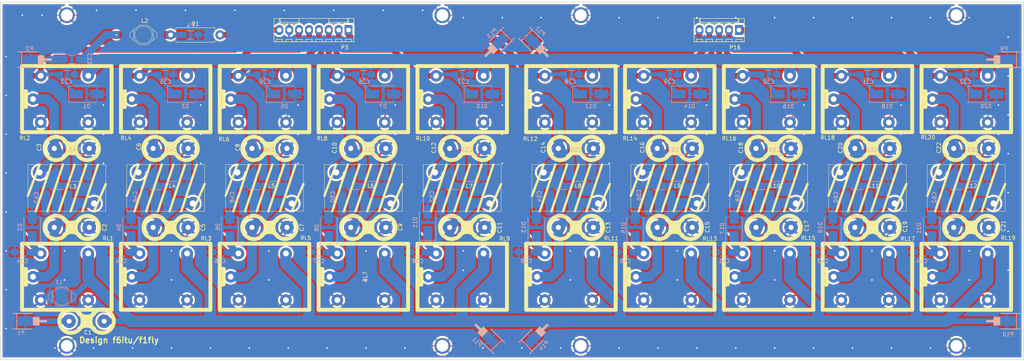
<source format=kicad_pcb>
(kicad_pcb (version 4) (host pcbnew 4.0.6)
  (layers (0 F.Cu signal) (31 B.Cu signal) (34 B.Paste user) (35 F.Paste user) (36 B.SilkS user) (37 F.SilkS user) (38 B.Mask user) (39 F.Mask user) (44 Edge.Cuts user))
  (net 0 "")
  (net 1 "Net-(C1-Pad1)")
  (net 2 "Net-(C1-Pad2)")
  (net 3 "Net-(C2-Pad1)")
  (net 4 GND)
  (net 5 "Net-(C3-Pad1)")
  (net 6 "Net-(C4-Pad2)")
  (net 7 "Net-(C10-Pad1)")
  (net 8 "Net-(C11-Pad1)")
  (net 9 "Net-(C12-Pad1)")
  (net 10 "Net-(C13-Pad1)")
  (net 11 "Net-(C14-Pad1)")
  (net 12 "Net-(C15-Pad1)")
  (net 13 "Net-(C16-Pad1)")
  (net 14 "Net-(C17-Pad1)")
  (net 15 "Net-(C18-Pad1)")
  (net 16 "Net-(C19-Pad1)")
  (net 17 "Net-(C20-Pad1)")
  (net 18 "Net-(C21-Pad1)")
  (net 19 "Net-(C22-Pad1)")
  (net 20 "Net-(C23-Pad2)")
  (net 21 "Net-(C24-Pad2)")
  (net 22 "Net-(C25-Pad2)")
  (net 23 "Net-(C26-Pad2)")
  (net 24 "Net-(C27-Pad2)")
  (net 25 "Net-(C28-Pad2)")
  (net 26 "Net-(C29-Pad2)")
  (net 27 "Net-(C30-Pad2)")
  (net 28 "Net-(C31-Pad2)")
  (net 29 "Net-(C32-Pad2)")
  (net 30 "Net-(C33-Pad1)")
  (net 31 "Net-(C33-Pad2)")
  (net 32 "Net-(P3-Pad8)")
  (net 33 "Net-(C46-Pad2)")
  (net 34 "Net-(C47-Pad2)")
  (net 35 "Net-(C48-Pad2)")
  (net 36 "Net-(C49-Pad2)")
  (net 37 "Net-(C50-Pad2)")
  (module Connect:1pin (layer F.Cu) (at 38.1 39.37)
    (fp_text reference "" (at 0 -3.048) (layer F.SilkS))
    (fp_text value CONN_01X01)
    (pad 1 thru_hole circle (at 0 0) (size 4.064 4.064) (drill 3.048) (layers *.Cu *.Mask) (net 4 GND))
  )
  (module Connect:1pin (layer F.Cu) (at 38.1 124.46)
    (fp_text reference "" (at 0 -3.048) (layer F.SilkS))
    (fp_text value CONN_01X01)
    (pad 1 thru_hole circle (at 0 0) (size 4.064 4.064) (drill 3.048) (layers *.Cu *.Mask) (net 4 GND))
  )
  (module Connect:1pin (layer F.Cu) (at 266.7 39.37)
    (fp_text reference "" (at 0 -3.048) (layer F.SilkS))
    (fp_text value CONN_01X01)
    (pad 1 thru_hole circle (at 0 0) (size 4.064 4.064) (drill 3.048) (layers *.Cu *.Mask) (net 4 GND))
  )
  (module Connect:1pin (layer F.Cu) (at 266.7 124.46)
    (fp_text reference "" (at 0 -3.048) (layer F.SilkS))
    (fp_text value CONN_01X01)
    (pad 1 thru_hole circle (at 0 0) (size 4.064 4.064) (drill 3.048) (layers *.Cu *.Mask) (net 4 GND))
  )
  (module Omron_G5LE:Omron_G5LE (layer F.Cu) (at 38.1 106.68 90)
    (fp_text reference RL1 (at 9.88 10.6 180) (layer F.SilkS))
    (fp_text value Omron_G5LE)
    (pad 3 thru_hole circle (at 6 5.5 90) (size 3 3) (drill 1.5) (layers *.Cu *.Mask) (net 1 "Net-(C1-Pad1)"))
    (pad 4 thru_hole circle (at -6 5.5 90) (size 3 3) (drill 1.5) (layers *.Cu *.Mask) (net 4 GND))
    (pad 5 thru_hole circle (at -6 -6.7 90) (size 3 3) (drill 1.5) (layers *.Cu *.Mask) (net 4 GND))
    (pad 2 thru_hole circle (at 6 -6.7 90) (size 3 3) (drill 1.5) (layers *.Cu *.Mask) (net 20 "Net-(C23-Pad2)"))
    (pad 1 thru_hole circle (at 0 -8.7 90) (size 3 3) (drill 1.5) (layers *.Cu *.Mask) (net 3 "Net-(C2-Pad1)"))
  )
  (module Omron_G5LE:Omron_G5LE (layer F.Cu) (at 38.1 60.96 90)
    (fp_text reference RL2 (at -10.04 -10.8 180) (layer F.SilkS))
    (fp_text value Omron_G5LE)
    (pad 3 thru_hole circle (at 6 5.5 90) (size 3 3) (drill 1.5) (layers *.Cu *.Mask) (net 30 "Net-(C33-Pad1)"))
    (pad 4 thru_hole circle (at -6 5.5 90) (size 3 3) (drill 1.5) (layers *.Cu *.Mask) (net 4 GND))
    (pad 5 thru_hole circle (at -6 -6.7 90) (size 3 3) (drill 1.5) (layers *.Cu *.Mask) (net 4 GND))
    (pad 2 thru_hole circle (at 6 -6.7 90) (size 3 3) (drill 1.5) (layers *.Cu *.Mask) (net 20 "Net-(C23-Pad2)"))
    (pad 1 thru_hole circle (at 0 -8.7 90) (size 3 3) (drill 1.5) (layers *.Cu *.Mask) (net 5 "Net-(C3-Pad1)"))
  )
  (module Omron_G5LE:Omron_G5LE (layer F.Cu) (at 63.5 106.68 90)
    (fp_text reference RL3 (at 9.88 10.4 180) (layer F.SilkS))
    (fp_text value Omron_G5LE)
    (pad 3 thru_hole circle (at 6 5.5 90) (size 3 3) (drill 1.5) (layers *.Cu *.Mask) (net 1 "Net-(C1-Pad1)"))
    (pad 4 thru_hole circle (at -6 5.5 90) (size 3 3) (drill 1.5) (layers *.Cu *.Mask) (net 4 GND))
    (pad 5 thru_hole circle (at -6 -6.7 90) (size 3 3) (drill 1.5) (layers *.Cu *.Mask) (net 4 GND))
    (pad 2 thru_hole circle (at 6 -6.7 90) (size 3 3) (drill 1.5) (layers *.Cu *.Mask) (net 21 "Net-(C24-Pad2)"))
    (pad 1 thru_hole circle (at 0 -8.7 90) (size 3 3) (drill 1.5) (layers *.Cu *.Mask) (net 33 "Net-(C46-Pad2)"))
  )
  (module Omron_G5LE:Omron_G5LE (layer F.Cu) (at 63.5 60.96 90)
    (fp_text reference RL4 (at -10.04 -10.2 180) (layer F.SilkS))
    (fp_text value Omron_G5LE)
    (pad 3 thru_hole circle (at 6 5.5 90) (size 3 3) (drill 1.5) (layers *.Cu *.Mask) (net 30 "Net-(C33-Pad1)"))
    (pad 4 thru_hole circle (at -6 5.5 90) (size 3 3) (drill 1.5) (layers *.Cu *.Mask) (net 4 GND))
    (pad 5 thru_hole circle (at -6 -6.7 90) (size 3 3) (drill 1.5) (layers *.Cu *.Mask) (net 4 GND))
    (pad 2 thru_hole circle (at 6 -6.7 90) (size 3 3) (drill 1.5) (layers *.Cu *.Mask) (net 21 "Net-(C24-Pad2)"))
    (pad 1 thru_hole circle (at 0 -8.7 90) (size 3 3) (drill 1.5) (layers *.Cu *.Mask) (net 34 "Net-(C47-Pad2)"))
  )
  (module Omron_G5LE:Omron_G5LE (layer F.Cu) (at 88.9 106.68 90)
    (fp_text reference RL5 (at 9.98 10.6 180) (layer F.SilkS))
    (fp_text value Omron_G5LE)
    (pad 3 thru_hole circle (at 6 5.5 90) (size 3 3) (drill 1.5) (layers *.Cu *.Mask) (net 1 "Net-(C1-Pad1)"))
    (pad 4 thru_hole circle (at -6 5.5 90) (size 3 3) (drill 1.5) (layers *.Cu *.Mask) (net 4 GND))
    (pad 5 thru_hole circle (at -6 -6.7 90) (size 3 3) (drill 1.5) (layers *.Cu *.Mask) (net 4 GND))
    (pad 2 thru_hole circle (at 6 -6.7 90) (size 3 3) (drill 1.5) (layers *.Cu *.Mask) (net 22 "Net-(C25-Pad2)"))
    (pad 1 thru_hole circle (at 0 -8.7 90) (size 3 3) (drill 1.5) (layers *.Cu *.Mask) (net 35 "Net-(C48-Pad2)"))
  )
  (module Omron_G5LE:Omron_G5LE (layer F.Cu) (at 88.9 60.96 90)
    (fp_text reference RL6 (at -10.34 -10.4 180) (layer F.SilkS))
    (fp_text value Omron_G5LE)
    (pad 3 thru_hole circle (at 6 5.5 90) (size 3 3) (drill 1.5) (layers *.Cu *.Mask) (net 30 "Net-(C33-Pad1)"))
    (pad 4 thru_hole circle (at -6 5.5 90) (size 3 3) (drill 1.5) (layers *.Cu *.Mask) (net 4 GND))
    (pad 5 thru_hole circle (at -6 -6.7 90) (size 3 3) (drill 1.5) (layers *.Cu *.Mask) (net 4 GND))
    (pad 2 thru_hole circle (at 6 -6.7 90) (size 3 3) (drill 1.5) (layers *.Cu *.Mask) (net 22 "Net-(C25-Pad2)"))
    (pad 1 thru_hole circle (at 0 -8.7 90) (size 3 3) (drill 1.5) (layers *.Cu *.Mask) (net 36 "Net-(C49-Pad2)"))
  )
  (module Omron_G5LE:Omron_G5LE (layer F.Cu) (at 114.3 106.68 90)
    (fp_text reference RL7 (at 0 0.5 90) (layer F.SilkS))
    (fp_text value Omron_G5LE)
    (pad 3 thru_hole circle (at 6 5.5 90) (size 3 3) (drill 1.5) (layers *.Cu *.Mask) (net 1 "Net-(C1-Pad1)"))
    (pad 4 thru_hole circle (at -6 5.5 90) (size 3 3) (drill 1.5) (layers *.Cu *.Mask) (net 4 GND))
    (pad 5 thru_hole circle (at -6 -6.7 90) (size 3 3) (drill 1.5) (layers *.Cu *.Mask) (net 4 GND))
    (pad 2 thru_hole circle (at 6 -6.7 90) (size 3 3) (drill 1.5) (layers *.Cu *.Mask) (net 23 "Net-(C26-Pad2)"))
    (pad 1 thru_hole circle (at 0 -8.7 90) (size 3 3) (drill 1.5) (layers *.Cu *.Mask) (net 37 "Net-(C50-Pad2)"))
  )
  (module Omron_G5LE:Omron_G5LE (layer F.Cu) (at 114.3 60.96 90)
    (fp_text reference RL8 (at -10.14 -10.6 180) (layer F.SilkS))
    (fp_text value Omron_G5LE)
    (pad 3 thru_hole circle (at 6 5.5 90) (size 3 3) (drill 1.5) (layers *.Cu *.Mask) (net 30 "Net-(C33-Pad1)"))
    (pad 4 thru_hole circle (at -6 5.5 90) (size 3 3) (drill 1.5) (layers *.Cu *.Mask) (net 4 GND))
    (pad 5 thru_hole circle (at -6 -6.7 90) (size 3 3) (drill 1.5) (layers *.Cu *.Mask) (net 4 GND))
    (pad 2 thru_hole circle (at 6 -6.7 90) (size 3 3) (drill 1.5) (layers *.Cu *.Mask) (net 23 "Net-(C26-Pad2)"))
    (pad 1 thru_hole circle (at 0 -8.7 90) (size 3 3) (drill 1.5) (layers *.Cu *.Mask) (net 7 "Net-(C10-Pad1)"))
  )
  (module Omron_G5LE:Omron_G5LE (layer F.Cu) (at 139.7 106.68 90)
    (fp_text reference RL9 (at 9.78 10.9 180) (layer F.SilkS))
    (fp_text value Omron_G5LE)
    (pad 3 thru_hole circle (at 6 5.5 90) (size 3 3) (drill 1.5) (layers *.Cu *.Mask) (net 1 "Net-(C1-Pad1)"))
    (pad 4 thru_hole circle (at -6 5.5 90) (size 3 3) (drill 1.5) (layers *.Cu *.Mask) (net 4 GND))
    (pad 5 thru_hole circle (at -6 -6.7 90) (size 3 3) (drill 1.5) (layers *.Cu *.Mask) (net 4 GND))
    (pad 2 thru_hole circle (at 6 -6.7 90) (size 3 3) (drill 1.5) (layers *.Cu *.Mask) (net 24 "Net-(C27-Pad2)"))
    (pad 1 thru_hole circle (at 0 -8.7 90) (size 3 3) (drill 1.5) (layers *.Cu *.Mask) (net 8 "Net-(C11-Pad1)"))
  )
  (module Omron_G5LE:Omron_G5LE (layer F.Cu) (at 139.7 60.96 90)
    (fp_text reference RL10 (at -10.14 -10.1 180) (layer F.SilkS))
    (fp_text value Omron_G5LE)
    (pad 3 thru_hole circle (at 6 5.5 90) (size 3 3) (drill 1.5) (layers *.Cu *.Mask) (net 30 "Net-(C33-Pad1)"))
    (pad 4 thru_hole circle (at -6 5.5 90) (size 3 3) (drill 1.5) (layers *.Cu *.Mask) (net 4 GND))
    (pad 5 thru_hole circle (at -6 -6.7 90) (size 3 3) (drill 1.5) (layers *.Cu *.Mask) (net 4 GND))
    (pad 2 thru_hole circle (at 6 -6.7 90) (size 3 3) (drill 1.5) (layers *.Cu *.Mask) (net 24 "Net-(C27-Pad2)"))
    (pad 1 thru_hole circle (at 0 -8.7 90) (size 3 3) (drill 1.5) (layers *.Cu *.Mask) (net 9 "Net-(C12-Pad1)"))
  )
  (module Omron_G5LE:Omron_G5LE (layer F.Cu) (at 167.64 106.68 90)
    (fp_text reference RL11 (at 9.88 10.36 180) (layer F.SilkS))
    (fp_text value Omron_G5LE)
    (pad 3 thru_hole circle (at 6 5.5 90) (size 3 3) (drill 1.5) (layers *.Cu *.Mask) (net 1 "Net-(C1-Pad1)"))
    (pad 4 thru_hole circle (at -6 5.5 90) (size 3 3) (drill 1.5) (layers *.Cu *.Mask) (net 4 GND))
    (pad 5 thru_hole circle (at -6 -6.7 90) (size 3 3) (drill 1.5) (layers *.Cu *.Mask) (net 4 GND))
    (pad 2 thru_hole circle (at 6 -6.7 90) (size 3 3) (drill 1.5) (layers *.Cu *.Mask) (net 25 "Net-(C28-Pad2)"))
    (pad 1 thru_hole circle (at 0 -8.7 90) (size 3 3) (drill 1.5) (layers *.Cu *.Mask) (net 10 "Net-(C13-Pad1)"))
  )
  (module Omron_G5LE:Omron_G5LE (layer F.Cu) (at 167.64 60.96 90)
    (fp_text reference RL12 (at -10.24 -10.44 180) (layer F.SilkS))
    (fp_text value Omron_G5LE)
    (pad 3 thru_hole circle (at 6 5.5 90) (size 3 3) (drill 1.5) (layers *.Cu *.Mask) (net 30 "Net-(C33-Pad1)"))
    (pad 4 thru_hole circle (at -6 5.5 90) (size 3 3) (drill 1.5) (layers *.Cu *.Mask) (net 4 GND))
    (pad 5 thru_hole circle (at -6 -6.7 90) (size 3 3) (drill 1.5) (layers *.Cu *.Mask) (net 4 GND))
    (pad 2 thru_hole circle (at 6 -6.7 90) (size 3 3) (drill 1.5) (layers *.Cu *.Mask) (net 25 "Net-(C28-Pad2)"))
    (pad 1 thru_hole circle (at 0 -8.7 90) (size 3 3) (drill 1.5) (layers *.Cu *.Mask) (net 11 "Net-(C14-Pad1)"))
  )
  (module Omron_G5LE:Omron_G5LE (layer F.Cu) (at 193.04 106.68 90)
    (fp_text reference RL13 (at 9.78 10.26 180) (layer F.SilkS))
    (fp_text value Omron_G5LE)
    (pad 3 thru_hole circle (at 6 5.5 90) (size 3 3) (drill 1.5) (layers *.Cu *.Mask) (net 1 "Net-(C1-Pad1)"))
    (pad 4 thru_hole circle (at -6 5.5 90) (size 3 3) (drill 1.5) (layers *.Cu *.Mask) (net 4 GND))
    (pad 5 thru_hole circle (at -6 -6.7 90) (size 3 3) (drill 1.5) (layers *.Cu *.Mask) (net 4 GND))
    (pad 2 thru_hole circle (at 6 -6.7 90) (size 3 3) (drill 1.5) (layers *.Cu *.Mask) (net 26 "Net-(C29-Pad2)"))
    (pad 1 thru_hole circle (at 0 -8.7 90) (size 3 3) (drill 1.5) (layers *.Cu *.Mask) (net 12 "Net-(C15-Pad1)"))
  )
  (module Omron_G5LE:Omron_G5LE (layer F.Cu) (at 193.04 60.96 90)
    (fp_text reference RL14 (at -10.14 -10.24 180) (layer F.SilkS))
    (fp_text value Omron_G5LE)
    (pad 3 thru_hole circle (at 6 5.5 90) (size 3 3) (drill 1.5) (layers *.Cu *.Mask) (net 30 "Net-(C33-Pad1)"))
    (pad 4 thru_hole circle (at -6 5.5 90) (size 3 3) (drill 1.5) (layers *.Cu *.Mask) (net 4 GND))
    (pad 5 thru_hole circle (at -6 -6.7 90) (size 3 3) (drill 1.5) (layers *.Cu *.Mask) (net 4 GND))
    (pad 2 thru_hole circle (at 6 -6.7 90) (size 3 3) (drill 1.5) (layers *.Cu *.Mask) (net 26 "Net-(C29-Pad2)"))
    (pad 1 thru_hole circle (at 0 -8.7 90) (size 3 3) (drill 1.5) (layers *.Cu *.Mask) (net 13 "Net-(C16-Pad1)"))
  )
  (module Omron_G5LE:Omron_G5LE (layer F.Cu) (at 218.44 106.68 90)
    (fp_text reference RL15 (at 9.98 10.16 180) (layer F.SilkS))
    (fp_text value Omron_G5LE)
    (pad 3 thru_hole circle (at 6 5.5 90) (size 3 3) (drill 1.5) (layers *.Cu *.Mask) (net 1 "Net-(C1-Pad1)"))
    (pad 4 thru_hole circle (at -6 5.5 90) (size 3 3) (drill 1.5) (layers *.Cu *.Mask) (net 4 GND))
    (pad 5 thru_hole circle (at -6 -6.7 90) (size 3 3) (drill 1.5) (layers *.Cu *.Mask) (net 4 GND))
    (pad 2 thru_hole circle (at 6 -6.7 90) (size 3 3) (drill 1.5) (layers *.Cu *.Mask) (net 27 "Net-(C30-Pad2)"))
    (pad 1 thru_hole circle (at 0 -8.7 90) (size 3 3) (drill 1.5) (layers *.Cu *.Mask) (net 14 "Net-(C17-Pad1)"))
  )
  (module Omron_G5LE:Omron_G5LE (layer F.Cu) (at 218.44 60.96 90)
    (fp_text reference RL16 (at -10.14 -10.14 180) (layer F.SilkS))
    (fp_text value Omron_G5LE)
    (pad 3 thru_hole circle (at 6 5.5 90) (size 3 3) (drill 1.5) (layers *.Cu *.Mask) (net 30 "Net-(C33-Pad1)"))
    (pad 4 thru_hole circle (at -6 5.5 90) (size 3 3) (drill 1.5) (layers *.Cu *.Mask) (net 4 GND))
    (pad 5 thru_hole circle (at -6 -6.7 90) (size 3 3) (drill 1.5) (layers *.Cu *.Mask) (net 4 GND))
    (pad 2 thru_hole circle (at 6 -6.7 90) (size 3 3) (drill 1.5) (layers *.Cu *.Mask) (net 27 "Net-(C30-Pad2)"))
    (pad 1 thru_hole circle (at 0 -8.7 90) (size 3 3) (drill 1.5) (layers *.Cu *.Mask) (net 15 "Net-(C18-Pad1)"))
  )
  (module Omron_G5LE:Omron_G5LE (layer F.Cu) (at 243.84 106.68 90)
    (fp_text reference RL17 (at 9.78 10.36 180) (layer F.SilkS))
    (fp_text value Omron_G5LE)
    (pad 3 thru_hole circle (at 6 5.5 90) (size 3 3) (drill 1.5) (layers *.Cu *.Mask) (net 1 "Net-(C1-Pad1)"))
    (pad 4 thru_hole circle (at -6 5.5 90) (size 3 3) (drill 1.5) (layers *.Cu *.Mask) (net 4 GND))
    (pad 5 thru_hole circle (at -6 -6.7 90) (size 3 3) (drill 1.5) (layers *.Cu *.Mask) (net 4 GND))
    (pad 2 thru_hole circle (at 6 -6.7 90) (size 3 3) (drill 1.5) (layers *.Cu *.Mask) (net 28 "Net-(C31-Pad2)"))
    (pad 1 thru_hole circle (at 0 -8.7 90) (size 3 3) (drill 1.5) (layers *.Cu *.Mask) (net 16 "Net-(C19-Pad1)"))
  )
  (module Omron_G5LE:Omron_G5LE (layer F.Cu) (at 243.84 60.96 90)
    (fp_text reference RL18 (at -9.94 -10.24 180) (layer F.SilkS))
    (fp_text value Omron_G5LE)
    (pad 3 thru_hole circle (at 6 5.5 90) (size 3 3) (drill 1.5) (layers *.Cu *.Mask) (net 30 "Net-(C33-Pad1)"))
    (pad 4 thru_hole circle (at -6 5.5 90) (size 3 3) (drill 1.5) (layers *.Cu *.Mask) (net 4 GND))
    (pad 5 thru_hole circle (at -6 -6.7 90) (size 3 3) (drill 1.5) (layers *.Cu *.Mask) (net 4 GND))
    (pad 2 thru_hole circle (at 6 -6.7 90) (size 3 3) (drill 1.5) (layers *.Cu *.Mask) (net 28 "Net-(C31-Pad2)"))
    (pad 1 thru_hole circle (at 0 -8.7 90) (size 3 3) (drill 1.5) (layers *.Cu *.Mask) (net 17 "Net-(C20-Pad1)"))
  )
  (module Omron_G5LE:Omron_G5LE (layer F.Cu) (at 269.24 106.68 90)
    (fp_text reference RL19 (at 9.98 10.76 180) (layer F.SilkS))
    (fp_text value Omron_G5LE)
    (pad 3 thru_hole circle (at 6 5.5 90) (size 3 3) (drill 1.5) (layers *.Cu *.Mask) (net 1 "Net-(C1-Pad1)"))
    (pad 4 thru_hole circle (at -6 5.5 90) (size 3 3) (drill 1.5) (layers *.Cu *.Mask) (net 4 GND))
    (pad 5 thru_hole circle (at -6 -6.7 90) (size 3 3) (drill 1.5) (layers *.Cu *.Mask) (net 4 GND))
    (pad 2 thru_hole circle (at 6 -6.7 90) (size 3 3) (drill 1.5) (layers *.Cu *.Mask) (net 29 "Net-(C32-Pad2)"))
    (pad 1 thru_hole circle (at 0 -8.7 90) (size 3 3) (drill 1.5) (layers *.Cu *.Mask) (net 18 "Net-(C21-Pad1)"))
  )
  (module Omron_G5LE:Omron_G5LE (layer F.Cu) (at 269.24 60.96 90)
    (fp_text reference RL20 (at -9.84 -9.84 180) (layer F.SilkS))
    (fp_text value Omron_G5LE)
    (pad 3 thru_hole circle (at 6 5.5 90) (size 3 3) (drill 1.5) (layers *.Cu *.Mask) (net 30 "Net-(C33-Pad1)"))
    (pad 4 thru_hole circle (at -6 5.5 90) (size 3 3) (drill 1.5) (layers *.Cu *.Mask) (net 4 GND))
    (pad 5 thru_hole circle (at -6 -6.7 90) (size 3 3) (drill 1.5) (layers *.Cu *.Mask) (net 4 GND))
    (pad 2 thru_hole circle (at 6 -6.7 90) (size 3 3) (drill 1.5) (layers *.Cu *.Mask) (net 29 "Net-(C32-Pad2)"))
    (pad 1 thru_hole circle (at 0 -8.7 90) (size 3 3) (drill 1.5) (layers *.Cu *.Mask) (net 19 "Net-(C22-Pad1)"))
  )
  (module Connect:1pin (layer F.Cu) (at 134.62 124.46)
    (fp_text reference "" (at 0 -3.048) (layer F.SilkS))
    (fp_text value CONN_01X01)
    (pad 1 thru_hole circle (at 0 0) (size 4.064 4.064) (drill 3.048) (layers *.Cu *.Mask) (net 4 GND))
  )
  (module Connect:1pin (layer F.Cu) (at 134.62 39.37)
    (fp_text reference "" (at 0 -3.048) (layer F.SilkS))
    (fp_text value CONN_01X01)
    (pad 1 thru_hole circle (at 0 0) (size 4.064 4.064) (drill 3.048) (layers *.Cu *.Mask) (net 4 GND))
  )
  (module Connect:1pin (layer F.Cu) (at 170.18 39.37)
    (fp_text reference "" (at 0 -3.048) (layer F.SilkS))
    (fp_text value CONN_01X01)
    (pad 1 thru_hole circle (at 0 0) (size 4.064 4.064) (drill 3.048) (layers *.Cu *.Mask) (net 4 GND))
  )
  (module Connect:1pin (layer F.Cu) (at 170.18 124.46)
    (fp_text reference "" (at 0 -3.048) (layer F.SilkS))
    (fp_text value CONN_01X01)
    (pad 1 thru_hole circle (at 0 0) (size 4.064 4.064) (drill 3.048) (layers *.Cu *.Mask) (net 4 GND))
  )
  (module T80_60_V:T60_80_V (layer F.Cu) (at 38.1 83.82)
    (fp_text reference L3 (at 1.6 -0.32) (layer F.SilkS))
    (fp_text value 10m-b)
    (pad 1 thru_hole circle (at -7 -4) (size 3.5 3.5) (drill 1.6) (layers *.Cu *.Mask) (net 5 "Net-(C3-Pad1)"))
    (pad 2 thru_hole circle (at 7 4) (size 3.5 3.5) (drill 1.6) (layers *.Cu *.Mask) (net 3 "Net-(C2-Pad1)"))
  )
  (module T80_60_V:T60_80_V (layer F.Cu) (at 63.5 83.82)
    (fp_text reference L4 (at 1.7 -0.52) (layer F.SilkS))
    (fp_text value 10m-a)
    (pad 1 thru_hole circle (at -7 -4) (size 3.5 3.5) (drill 1.6) (layers *.Cu *.Mask) (net 34 "Net-(C47-Pad2)"))
    (pad 2 thru_hole circle (at 7 4) (size 3.5 3.5) (drill 1.6) (layers *.Cu *.Mask) (net 33 "Net-(C46-Pad2)"))
  )
  (module T80_60_V:T60_80_V (layer F.Cu) (at 88.9 83.82)
    (fp_text reference L5 (at 1.8 -0.52) (layer F.SilkS))
    (fp_text value 12m)
    (pad 1 thru_hole circle (at -7 -4) (size 3.5 3.5) (drill 1.6) (layers *.Cu *.Mask) (net 36 "Net-(C49-Pad2)"))
    (pad 2 thru_hole circle (at 7 4) (size 3.5 3.5) (drill 1.6) (layers *.Cu *.Mask) (net 35 "Net-(C48-Pad2)"))
  )
  (module T80_60_V:T60_80_V (layer F.Cu) (at 114.3 83.82)
    (fp_text reference L6 (at 1.9 -0.52) (layer F.SilkS))
    (fp_text value 15m)
    (pad 1 thru_hole circle (at -7 -4) (size 3.5 3.5) (drill 1.6) (layers *.Cu *.Mask) (net 7 "Net-(C10-Pad1)"))
    (pad 2 thru_hole circle (at 7 4) (size 3.5 3.5) (drill 1.6) (layers *.Cu *.Mask) (net 37 "Net-(C50-Pad2)"))
  )
  (module T80_60_V:T60_80_V (layer F.Cu) (at 139.7 83.82)
    (fp_text reference L7 (at 1.8 -0.42) (layer F.SilkS))
    (fp_text value 17m)
    (pad 1 thru_hole circle (at -7 -4) (size 3.5 3.5) (drill 1.6) (layers *.Cu *.Mask) (net 9 "Net-(C12-Pad1)"))
    (pad 2 thru_hole circle (at 7 4) (size 3.5 3.5) (drill 1.6) (layers *.Cu *.Mask) (net 8 "Net-(C11-Pad1)"))
  )
  (module T80_60_V:T60_80_V (layer F.Cu) (at 167.64 83.82)
    (fp_text reference L8 (at 1.86 -0.52) (layer F.SilkS))
    (fp_text value 20m)
    (pad 1 thru_hole circle (at -7 -4) (size 3.5 3.5) (drill 1.6) (layers *.Cu *.Mask) (net 11 "Net-(C14-Pad1)"))
    (pad 2 thru_hole circle (at 7 4) (size 3.5 3.5) (drill 1.6) (layers *.Cu *.Mask) (net 10 "Net-(C13-Pad1)"))
  )
  (module T80_60_V:T60_80_V (layer F.Cu) (at 193.04 83.82)
    (fp_text reference L9 (at 1.96 -0.52) (layer F.SilkS))
    (fp_text value 30m)
    (pad 1 thru_hole circle (at -7 -4) (size 3.5 3.5) (drill 1.6) (layers *.Cu *.Mask) (net 13 "Net-(C16-Pad1)"))
    (pad 2 thru_hole circle (at 7 4) (size 3.5 3.5) (drill 1.6) (layers *.Cu *.Mask) (net 12 "Net-(C15-Pad1)"))
  )
  (module T80_60_V:T60_80_V (layer F.Cu) (at 218.44 83.82)
    (fp_text reference L10 (at 1.66 -0.52) (layer F.SilkS))
    (fp_text value 40m)
    (pad 1 thru_hole circle (at -7 -4) (size 3.5 3.5) (drill 1.6) (layers *.Cu *.Mask) (net 15 "Net-(C18-Pad1)"))
    (pad 2 thru_hole circle (at 7 4) (size 3.5 3.5) (drill 1.6) (layers *.Cu *.Mask) (net 14 "Net-(C17-Pad1)"))
  )
  (module T80_60_V:T60_80_V (layer F.Cu) (at 243.84 83.82)
    (fp_text reference L11 (at 1.66 -0.52) (layer F.SilkS))
    (fp_text value 80m)
    (pad 1 thru_hole circle (at -7 -4) (size 3.5 3.5) (drill 1.6) (layers *.Cu *.Mask) (net 17 "Net-(C20-Pad1)"))
    (pad 2 thru_hole circle (at 7 4) (size 3.5 3.5) (drill 1.6) (layers *.Cu *.Mask) (net 16 "Net-(C19-Pad1)"))
  )
  (module T80_60_V:T60_80_V (layer F.Cu) (at 269.24 83.82)
    (fp_text reference L12 (at 1.46 -0.52) (layer F.SilkS))
    (fp_text value 160m)
    (pad 1 thru_hole circle (at -7 -4) (size 3.5 3.5) (drill 1.6) (layers *.Cu *.Mask) (net 19 "Net-(C22-Pad1)"))
    (pad 2 thru_hole circle (at 7 4) (size 3.5 3.5) (drill 1.6) (layers *.Cu *.Mask) (net 18 "Net-(C21-Pad1)"))
  )
  (module Connectors_Molex:Molex_KK-6410-08_08x2.54mm_Straight (layer F.Cu) (at 110.49 43.18 180)
    (fp_text reference P3 (at 1 -4.5 180) (layer F.SilkS))
    (fp_text value CONN_01X08)
    (pad 1 thru_hole rect (at 0 0 180) (size 2 2.6) (drill 1.2) (layers *.Cu *.Mask) (net 25 "Net-(C28-Pad2)"))
    (pad 2 thru_hole oval (at 2.54 0 180) (size 2 2.6) (drill 1.2) (layers *.Cu *.Mask) (net 24 "Net-(C27-Pad2)"))
    (pad 3 thru_hole oval (at 5.08 0 180) (size 2 2.6) (drill 1.2) (layers *.Cu *.Mask) (net 23 "Net-(C26-Pad2)"))
    (pad 4 thru_hole oval (at 7.62 0 180) (size 2 2.6) (drill 1.2) (layers *.Cu *.Mask) (net 22 "Net-(C25-Pad2)"))
    (pad 5 thru_hole oval (at 10.16 0 180) (size 2 2.6) (drill 1.2) (layers *.Cu *.Mask) (net 21 "Net-(C24-Pad2)"))
    (pad 6 thru_hole oval (at 12.7 0 180) (size 2 2.6) (drill 1.2) (layers *.Cu *.Mask) (net 20 "Net-(C23-Pad2)"))
    (pad 7 thru_hole oval (at 15.24 0 180) (size 2 2.6) (drill 1.2) (layers *.Cu *.Mask) (net 4 GND))
    (pad 8 thru_hole oval (at 17.78 0 180) (size 2 2.6) (drill 1.2) (layers *.Cu *.Mask) (net 32 "Net-(P3-Pad8)"))
  )
  (module Connectors_Molex:Molex_KK-6410-05_05x2.54mm_Straight (layer F.Cu) (at 210.82 43.18 180)
    (fp_text reference P16 (at 1 -4.5 180) (layer F.SilkS))
    (fp_text value CONN_01X05)
    (pad 1 thru_hole rect (at 0 0 180) (size 2 2.6) (drill 1.2) (layers *.Cu *.Mask) (net 29 "Net-(C32-Pad2)"))
    (pad 2 thru_hole oval (at 2.54 0 180) (size 2 2.6) (drill 1.2) (layers *.Cu *.Mask) (net 28 "Net-(C31-Pad2)"))
    (pad 3 thru_hole oval (at 5.08 0 180) (size 2 2.6) (drill 1.2) (layers *.Cu *.Mask) (net 27 "Net-(C30-Pad2)"))
    (pad 4 thru_hole oval (at 7.62 0 180) (size 2 2.6) (drill 1.2) (layers *.Cu *.Mask) (net 26 "Net-(C29-Pad2)"))
    (pad 5 thru_hole oval (at 10.16 0 180) (size 2 2.6) (drill 1.2) (layers *.Cu *.Mask) (net 25 "Net-(C28-Pad2)"))
  )
  (module Wurt_1mH:Wurt_1mH (layer B.Cu) (at 36.83 111.76 270)
    (fp_text reference L1 (at -3.76 0.83 360) (layer B.SilkS) (effects (justify mirror)))
    (fp_text value 1mH)
    (pad 1 smd rect (at 0 3 270) (size 3.6 1.6) (layers B.Cu B.Paste B.Mask) (net 4 GND))
    (pad 2 smd rect (at 0 -3 270) (size 3.6 1.6) (layers B.Cu B.Paste B.Mask) (net 1 "Net-(C1-Pad1)"))
  )
  (module Wurt_1mH:Wurt_1mH (layer F.Cu) (at 57.785 44.45 90)
    (fp_text reference L2 (at 3.65 0.315 180) (layer F.SilkS))
    (fp_text value 1mH)
    (pad 1 smd rect (at 0 -3 90) (size 3.6 1.6) (layers F.Cu F.Paste F.Mask) (net 30 "Net-(C33-Pad1)"))
    (pad 2 smd rect (at 0 3 90) (size 3.6 1.6) (layers F.Cu F.Paste F.Mask) (net 6 "Net-(C4-Pad2)"))
  )
  (module Diodes_SMD:D_SMB_Handsoldering (layer B.Cu) (at 43.18 59.69)
    (fp_text reference D1 (at 0 3.1) (layer B.SilkS) (effects (justify mirror)))
    (fp_text value diode)
    (pad 1 smd rect (at -2.7 0) (size 3.5 2.3) (layers B.Cu B.Paste B.Mask) (net 20 "Net-(C23-Pad2)"))
    (pad 2 smd rect (at 2.7 0) (size 3.5 2.3) (layers B.Cu B.Paste B.Mask) (net 4 GND))
  )
  (module Diodes_SMD:D_SMB_Handsoldering (layer B.Cu) (at 29.21 93.98 90)
    (fp_text reference D2 (at 0.08 -3.21 90) (layer B.SilkS) (effects (justify mirror)))
    (fp_text value diode)
    (pad 1 smd rect (at -2.7 0 90) (size 3.5 2.3) (layers B.Cu B.Paste B.Mask) (net 20 "Net-(C23-Pad2)"))
    (pad 2 smd rect (at 2.7 0 90) (size 3.5 2.3) (layers B.Cu B.Paste B.Mask) (net 4 GND))
  )
  (module Diodes_SMD:D_SMB_Handsoldering (layer B.Cu) (at 68.58 59.69)
    (fp_text reference D3 (at 0 3.1) (layer B.SilkS) (effects (justify mirror)))
    (fp_text value diode)
    (pad 1 smd rect (at -2.7 0) (size 3.5 2.3) (layers B.Cu B.Paste B.Mask) (net 21 "Net-(C24-Pad2)"))
    (pad 2 smd rect (at 2.7 0) (size 3.5 2.3) (layers B.Cu B.Paste B.Mask) (net 4 GND))
  )
  (module Diodes_SMD:D_SMB_Handsoldering (layer B.Cu) (at 54.61 93.98 90)
    (fp_text reference D4 (at -0.02 -3.11 90) (layer B.SilkS) (effects (justify mirror)))
    (fp_text value diode)
    (pad 1 smd rect (at -2.7 0 90) (size 3.5 2.3) (layers B.Cu B.Paste B.Mask) (net 21 "Net-(C24-Pad2)"))
    (pad 2 smd rect (at 2.7 0 90) (size 3.5 2.3) (layers B.Cu B.Paste B.Mask) (net 4 GND))
  )
  (module Diodes_SMD:D_SMB_Handsoldering (layer B.Cu) (at 93.98 59.69)
    (fp_text reference D5 (at 0 3.1) (layer B.SilkS) (effects (justify mirror)))
    (fp_text value diode)
    (pad 1 smd rect (at -2.7 0) (size 3.5 2.3) (layers B.Cu B.Paste B.Mask) (net 22 "Net-(C25-Pad2)"))
    (pad 2 smd rect (at 2.7 0) (size 3.5 2.3) (layers B.Cu B.Paste B.Mask) (net 4 GND))
  )
  (module Diodes_SMD:D_SMB_Handsoldering (layer B.Cu) (at 80.01 93.98 90)
    (fp_text reference D6 (at 0.08 -3.11 90) (layer B.SilkS) (effects (justify mirror)))
    (fp_text value diode)
    (pad 1 smd rect (at -2.7 0 90) (size 3.5 2.3) (layers B.Cu B.Paste B.Mask) (net 22 "Net-(C25-Pad2)"))
    (pad 2 smd rect (at 2.7 0 90) (size 3.5 2.3) (layers B.Cu B.Paste B.Mask) (net 4 GND))
  )
  (module Diodes_SMD:D_SMB_Handsoldering (layer B.Cu) (at 119.38 59.69)
    (fp_text reference D7 (at 0 3.1) (layer B.SilkS) (effects (justify mirror)))
    (fp_text value diode)
    (pad 1 smd rect (at -2.7 0) (size 3.5 2.3) (layers B.Cu B.Paste B.Mask) (net 23 "Net-(C26-Pad2)"))
    (pad 2 smd rect (at 2.7 0) (size 3.5 2.3) (layers B.Cu B.Paste B.Mask) (net 4 GND))
  )
  (module Diodes_SMD:D_SMB_Handsoldering (layer B.Cu) (at 105.41 93.98 90)
    (fp_text reference D8 (at -0.12 -3.11 90) (layer B.SilkS) (effects (justify mirror)))
    (fp_text value diode)
    (pad 1 smd rect (at -2.7 0 90) (size 3.5 2.3) (layers B.Cu B.Paste B.Mask) (net 23 "Net-(C26-Pad2)"))
    (pad 2 smd rect (at 2.7 0 90) (size 3.5 2.3) (layers B.Cu B.Paste B.Mask) (net 4 GND))
  )
  (module Diodes_SMD:D_SMB_Handsoldering (layer B.Cu) (at 144.78 59.69)
    (fp_text reference D10 (at 0 3.1) (layer B.SilkS) (effects (justify mirror)))
    (fp_text value diode)
    (pad 1 smd rect (at -2.7 0) (size 3.5 2.3) (layers B.Cu B.Paste B.Mask) (net 24 "Net-(C27-Pad2)"))
    (pad 2 smd rect (at 2.7 0) (size 3.5 2.3) (layers B.Cu B.Paste B.Mask) (net 4 GND))
  )
  (module Diodes_SMD:D_SMB_Handsoldering (layer B.Cu) (at 130.81 92.71 90)
    (fp_text reference D11 (at 0.01 -3.21 90) (layer B.SilkS) (effects (justify mirror)))
    (fp_text value diode)
    (pad 1 smd rect (at -2.7 0 90) (size 3.5 2.3) (layers B.Cu B.Paste B.Mask) (net 24 "Net-(C27-Pad2)"))
    (pad 2 smd rect (at 2.7 0 90) (size 3.5 2.3) (layers B.Cu B.Paste B.Mask) (net 4 GND))
  )
  (module Diodes_SMD:D_SMB_Handsoldering (layer B.Cu) (at 172.72 59.69)
    (fp_text reference D12 (at 0 3.1) (layer B.SilkS) (effects (justify mirror)))
    (fp_text value diode)
    (pad 1 smd rect (at -2.7 0) (size 3.5 2.3) (layers B.Cu B.Paste B.Mask) (net 25 "Net-(C28-Pad2)"))
    (pad 2 smd rect (at 2.7 0) (size 3.5 2.3) (layers B.Cu B.Paste B.Mask) (net 4 GND))
  )
  (module Diodes_SMD:D_SMB_Handsoldering (layer B.Cu) (at 158.75 93.98 90)
    (fp_text reference D13 (at 0.08 -3.25 90) (layer B.SilkS) (effects (justify mirror)))
    (fp_text value diode)
    (pad 1 smd rect (at -2.7 0 90) (size 3.5 2.3) (layers B.Cu B.Paste B.Mask) (net 25 "Net-(C28-Pad2)"))
    (pad 2 smd rect (at 2.7 0 90) (size 3.5 2.3) (layers B.Cu B.Paste B.Mask) (net 4 GND))
  )
  (module Diodes_SMD:D_SMB_Handsoldering (layer B.Cu) (at 198.12 59.69)
    (fp_text reference D14 (at 0 3.1) (layer B.SilkS) (effects (justify mirror)))
    (fp_text value diode)
    (pad 1 smd rect (at -2.7 0) (size 3.5 2.3) (layers B.Cu B.Paste B.Mask) (net 26 "Net-(C29-Pad2)"))
    (pad 2 smd rect (at 2.7 0) (size 3.5 2.3) (layers B.Cu B.Paste B.Mask) (net 4 GND))
  )
  (module Diodes_SMD:D_SMB_Handsoldering (layer B.Cu) (at 184.15 93.98 90)
    (fp_text reference D15 (at -0.12 -2.95 90) (layer B.SilkS) (effects (justify mirror)))
    (fp_text value diode)
    (pad 1 smd rect (at -2.7 0 90) (size 3.5 2.3) (layers B.Cu B.Paste B.Mask) (net 26 "Net-(C29-Pad2)"))
    (pad 2 smd rect (at 2.7 0 90) (size 3.5 2.3) (layers B.Cu B.Paste B.Mask) (net 4 GND))
  )
  (module Diodes_SMD:D_SMB_Handsoldering (layer B.Cu) (at 223.52 59.69)
    (fp_text reference D16 (at 0 3.1) (layer B.SilkS) (effects (justify mirror)))
    (fp_text value diode)
    (pad 1 smd rect (at -2.7 0) (size 3.5 2.3) (layers B.Cu B.Paste B.Mask) (net 27 "Net-(C30-Pad2)"))
    (pad 2 smd rect (at 2.7 0) (size 3.5 2.3) (layers B.Cu B.Paste B.Mask) (net 4 GND))
  )
  (module Diodes_SMD:D_SMB_Handsoldering (layer B.Cu) (at 209.55 93.98 90)
    (fp_text reference D17 (at -0.22 -3.05 90) (layer B.SilkS) (effects (justify mirror)))
    (fp_text value diode)
    (pad 1 smd rect (at -2.7 0 90) (size 3.5 2.3) (layers B.Cu B.Paste B.Mask) (net 27 "Net-(C30-Pad2)"))
    (pad 2 smd rect (at 2.7 0 90) (size 3.5 2.3) (layers B.Cu B.Paste B.Mask) (net 4 GND))
  )
  (module Diodes_SMD:D_SMB_Handsoldering (layer B.Cu) (at 248.92 59.69)
    (fp_text reference D18 (at 0 3.1) (layer B.SilkS) (effects (justify mirror)))
    (fp_text value diode)
    (pad 1 smd rect (at -2.7 0) (size 3.5 2.3) (layers B.Cu B.Paste B.Mask) (net 28 "Net-(C31-Pad2)"))
    (pad 2 smd rect (at 2.7 0) (size 3.5 2.3) (layers B.Cu B.Paste B.Mask) (net 4 GND))
  )
  (module Diodes_SMD:D_SMB_Handsoldering (layer B.Cu) (at 234.95 93.98 90)
    (fp_text reference D19 (at -0.02 -3.25 90) (layer B.SilkS) (effects (justify mirror)))
    (fp_text value diode)
    (pad 1 smd rect (at -2.7 0 90) (size 3.5 2.3) (layers B.Cu B.Paste B.Mask) (net 28 "Net-(C31-Pad2)"))
    (pad 2 smd rect (at 2.7 0 90) (size 3.5 2.3) (layers B.Cu B.Paste B.Mask) (net 4 GND))
  )
  (module Diodes_SMD:D_SMB_Handsoldering (layer B.Cu) (at 274.32 59.69)
    (fp_text reference D20 (at 0 3.1) (layer B.SilkS) (effects (justify mirror)))
    (fp_text value diode)
    (pad 1 smd rect (at -2.7 0) (size 3.5 2.3) (layers B.Cu B.Paste B.Mask) (net 29 "Net-(C32-Pad2)"))
    (pad 2 smd rect (at 2.7 0) (size 3.5 2.3) (layers B.Cu B.Paste B.Mask) (net 4 GND))
  )
  (module Diodes_SMD:D_SMB_Handsoldering (layer B.Cu) (at 260.35 93.98 90)
    (fp_text reference D21 (at -0.22 -3.25 90) (layer B.SilkS) (effects (justify mirror)))
    (fp_text value diode)
    (pad 1 smd rect (at -2.7 0 90) (size 3.5 2.3) (layers B.Cu B.Paste B.Mask) (net 29 "Net-(C32-Pad2)"))
    (pad 2 smd rect (at 2.7 0 90) (size 3.5 2.3) (layers B.Cu B.Paste B.Mask) (net 4 GND))
  )
  (module Coax_2mm:coax_2mm (layer B.Cu) (at 30.48 118.11 180)
    (fp_text reference P1 (at 4.18 -2.99 180) (layer B.SilkS) (effects (justify mirror)))
    (fp_text value "BNC Output")
    (pad 2 smd rect (at 3 0 180) (size 4 2.5) (layers B.Cu B.Paste B.Mask) (net 4 GND))
    (pad 1 smd rect (at -2 0 180) (size 3 1.3) (layers B.Cu B.Paste B.Mask) (net 2 "Net-(C1-Pad2)"))
  )
  (module Coax_2mm:coax_2mm (layer B.Cu) (at 31.75 50.8 180)
    (fp_text reference P2 (at 3.25 2.8 180) (layer B.SilkS) (effects (justify mirror)))
    (fp_text value "BNC Input")
    (pad 2 smd rect (at 3 0 180) (size 4 2.5) (layers B.Cu B.Paste B.Mask) (net 4 GND))
    (pad 1 smd rect (at -2 0 180) (size 3 1.3) (layers B.Cu B.Paste B.Mask) (net 31 "Net-(C33-Pad2)"))
  )
  (module Coax_2mm:coax_2mm (layer B.Cu) (at 276.86 50.8)
    (fp_text reference P9 (at 2.14 -2.8) (layer B.SilkS) (effects (justify mirror)))
    (fp_text value BNC)
    (pad 2 smd rect (at 3 0) (size 4 2.5) (layers B.Cu B.Paste B.Mask) (net 4 GND))
    (pad 1 smd rect (at -2 0) (size 3 1.3) (layers B.Cu B.Paste B.Mask) (net 30 "Net-(C33-Pad1)"))
  )
  (module Coax_2mm:coax_2mm (layer B.Cu) (at 276.86 118.11)
    (fp_text reference P10 (at 3.14 3.39) (layer B.SilkS) (effects (justify mirror)))
    (fp_text value BNC)
    (pad 2 smd rect (at 3 0) (size 4 2.5) (layers B.Cu B.Paste B.Mask) (net 4 GND))
    (pad 1 smd rect (at -2 0) (size 3 1.3) (layers B.Cu B.Paste B.Mask) (net 1 "Net-(C1-Pad1)"))
  )
  (module Coax_2mm:coax_2mm (layer B.Cu) (at 144.78 120.65 315)
    (fp_text reference P11 (at 1.110158 2.920351 315) (layer B.SilkS) (effects (justify mirror)))
    (fp_text value BNC)
    (pad 2 smd rect (at 3 0 315) (size 4 2.5) (layers B.Cu B.Paste B.Mask) (net 4 GND))
    (pad 1 smd rect (at -2 0 315) (size 3 1.3) (layers B.Cu B.Paste B.Mask) (net 1 "Net-(C1-Pad1)"))
  )
  (module Coax_2mm:coax_2mm (layer B.Cu) (at 160.02 48.26 135)
    (fp_text reference P12 (at 3.521392 3.210265 135) (layer B.SilkS) (effects (justify mirror)))
    (fp_text value BNC)
    (pad 2 smd rect (at 3 0 135) (size 4 2.5) (layers B.Cu B.Paste B.Mask) (net 4 GND))
    (pad 1 smd rect (at -2 0 135) (size 3 1.3) (layers B.Cu B.Paste B.Mask) (net 30 "Net-(C33-Pad1)"))
  )
  (module Coax_2mm:coax_2mm (layer B.Cu) (at 147.32 48.26 45)
    (fp_text reference P13 (at 3.068843 -2.955706 45) (layer B.SilkS) (effects (justify mirror)))
    (fp_text value BNC)
    (pad 2 smd rect (at 3 0 45) (size 4 2.5) (layers B.Cu B.Paste B.Mask) (net 4 GND))
    (pad 1 smd rect (at -2 0 45) (size 3 1.3) (layers B.Cu B.Paste B.Mask) (net 30 "Net-(C33-Pad1)"))
  )
  (module Coax_2mm:coax_2mm (layer B.Cu) (at 160.02 120.65 225)
    (fp_text reference P14 (at 2.170818 -3.132483 225) (layer B.SilkS) (effects (justify mirror)))
    (fp_text value BNC)
    (pad 2 smd rect (at 3 0 225) (size 4 2.5) (layers B.Cu B.Paste B.Mask) (net 4 GND))
    (pad 1 smd rect (at -2 0 225) (size 3 1.3) (layers B.Cu B.Paste B.Mask) (net 1 "Net-(C1-Pad1)"))
  )
  (module Capacitors_SMD:C_1825_HandSoldering (layer B.Cu) (at 35.56 87.63)
    (fp_text reference C42 (at -5.26 -1.33 90) (layer B.SilkS) (effects (justify mirror)))
    (fp_text value C_Small)
    (pad 1 smd rect (at -2.9 0) (size 2.2 6.35) (layers B.Cu B.Paste B.Mask) (net 4 GND))
    (pad 2 smd rect (at 2.9 0) (size 2.2 6.35) (layers B.Cu B.Paste B.Mask) (net 3 "Net-(C2-Pad1)"))
  )
  (module Capacitors_SMD:C_1825_HandSoldering (layer B.Cu) (at 40.64 78.74 180)
    (fp_text reference C45 (at 0.64 4.74 180) (layer B.SilkS) (effects (justify mirror)))
    (fp_text value C_Small)
    (pad 1 smd rect (at -2.9 0 180) (size 2.2 6.35) (layers B.Cu B.Paste B.Mask) (net 4 GND))
    (pad 2 smd rect (at 2.9 0 180) (size 2.2 6.35) (layers B.Cu B.Paste B.Mask) (net 5 "Net-(C3-Pad1)"))
  )
  (module Capacitors_SMD:C_1825_HandSoldering (layer B.Cu) (at 60.96 87.63)
    (fp_text reference C46 (at -5.26 -1.53 90) (layer B.SilkS) (effects (justify mirror)))
    (fp_text value C_Small)
    (pad 1 smd rect (at -2.9 0) (size 2.2 6.35) (layers B.Cu B.Paste B.Mask) (net 4 GND))
    (pad 2 smd rect (at 2.9 0) (size 2.2 6.35) (layers B.Cu B.Paste B.Mask) (net 33 "Net-(C46-Pad2)"))
  )
  (module Capacitors_SMD:C_1825_HandSoldering (layer B.Cu) (at 66.04 78.74 180)
    (fp_text reference C47 (at 1.04 4.74 180) (layer B.SilkS) (effects (justify mirror)))
    (fp_text value C_Small)
    (pad 1 smd rect (at -2.9 0 180) (size 2.2 6.35) (layers B.Cu B.Paste B.Mask) (net 4 GND))
    (pad 2 smd rect (at 2.9 0 180) (size 2.2 6.35) (layers B.Cu B.Paste B.Mask) (net 34 "Net-(C47-Pad2)"))
  )
  (module Capacitors_SMD:C_1825_HandSoldering (layer B.Cu) (at 86.36 87.63)
    (fp_text reference C48 (at -5.76 -1.43 90) (layer B.SilkS) (effects (justify mirror)))
    (fp_text value C_Small)
    (pad 1 smd rect (at -2.9 0) (size 2.2 6.35) (layers B.Cu B.Paste B.Mask) (net 4 GND))
    (pad 2 smd rect (at 2.9 0) (size 2.2 6.35) (layers B.Cu B.Paste B.Mask) (net 35 "Net-(C48-Pad2)"))
  )
  (module Capacitors_SMD:C_1825_HandSoldering (layer B.Cu) (at 91.44 78.74 180)
    (fp_text reference C49 (at 1.44 4.74 180) (layer B.SilkS) (effects (justify mirror)))
    (fp_text value C_Small)
    (pad 1 smd rect (at -2.9 0 180) (size 2.2 6.35) (layers B.Cu B.Paste B.Mask) (net 4 GND))
    (pad 2 smd rect (at 2.9 0 180) (size 2.2 6.35) (layers B.Cu B.Paste B.Mask) (net 36 "Net-(C49-Pad2)"))
  )
  (module Capacitors_SMD:C_1825_HandSoldering (layer B.Cu) (at 111.76 87.63)
    (fp_text reference C50 (at -5.36 -1.53 90) (layer B.SilkS) (effects (justify mirror)))
    (fp_text value C_Small)
    (pad 1 smd rect (at -2.9 0) (size 2.2 6.35) (layers B.Cu B.Paste B.Mask) (net 4 GND))
    (pad 2 smd rect (at 2.9 0) (size 2.2 6.35) (layers B.Cu B.Paste B.Mask) (net 37 "Net-(C50-Pad2)"))
  )
  (module Capacitors_SMD:C_1825_HandSoldering (layer B.Cu) (at 116.84 78.74 180)
    (fp_text reference C51 (at 0.84 4.74 180) (layer B.SilkS) (effects (justify mirror)))
    (fp_text value C_Small)
    (pad 1 smd rect (at -2.9 0 180) (size 2.2 6.35) (layers B.Cu B.Paste B.Mask) (net 4 GND))
    (pad 2 smd rect (at 2.9 0 180) (size 2.2 6.35) (layers B.Cu B.Paste B.Mask) (net 7 "Net-(C10-Pad1)"))
  )
  (module Capacitors_SMD:C_1825_HandSoldering (layer B.Cu) (at 137.16 87.63)
    (fp_text reference C52 (at -5.26 -1.63 90) (layer B.SilkS) (effects (justify mirror)))
    (fp_text value C_Small)
    (pad 1 smd rect (at -2.9 0) (size 2.2 6.35) (layers B.Cu B.Paste B.Mask) (net 4 GND))
    (pad 2 smd rect (at 2.9 0) (size 2.2 6.35) (layers B.Cu B.Paste B.Mask) (net 8 "Net-(C11-Pad1)"))
  )
  (module Capacitors_SMD:C_1825_HandSoldering (layer B.Cu) (at 142.24 78.74 180)
    (fp_text reference C53 (at 1.24 4.74 180) (layer B.SilkS) (effects (justify mirror)))
    (fp_text value C_Small)
    (pad 1 smd rect (at -2.9 0 180) (size 2.2 6.35) (layers B.Cu B.Paste B.Mask) (net 4 GND))
    (pad 2 smd rect (at 2.9 0 180) (size 2.2 6.35) (layers B.Cu B.Paste B.Mask) (net 9 "Net-(C12-Pad1)"))
  )
  (module Capacitors_SMD:C_1825_HandSoldering (layer B.Cu) (at 165.1 87.63)
    (fp_text reference C54 (at -5.6 -1.63 90) (layer B.SilkS) (effects (justify mirror)))
    (fp_text value C_Small)
    (pad 1 smd rect (at -2.9 0) (size 2.2 6.35) (layers B.Cu B.Paste B.Mask) (net 4 GND))
    (pad 2 smd rect (at 2.9 0) (size 2.2 6.35) (layers B.Cu B.Paste B.Mask) (net 10 "Net-(C13-Pad1)"))
  )
  (module Capacitors_SMD:C_1825_HandSoldering (layer B.Cu) (at 170.18 78.74 180)
    (fp_text reference C55 (at 1.18 4.74 180) (layer B.SilkS) (effects (justify mirror)))
    (fp_text value C_Small)
    (pad 1 smd rect (at -2.9 0 180) (size 2.2 6.35) (layers B.Cu B.Paste B.Mask) (net 4 GND))
    (pad 2 smd rect (at 2.9 0 180) (size 2.2 6.35) (layers B.Cu B.Paste B.Mask) (net 11 "Net-(C14-Pad1)"))
  )
  (module Capacitors_SMD:C_1825_HandSoldering (layer B.Cu) (at 190.5 87.63)
    (fp_text reference C56 (at -5.4 -1.93 90) (layer B.SilkS) (effects (justify mirror)))
    (fp_text value C_Small)
    (pad 1 smd rect (at -2.9 0) (size 2.2 6.35) (layers B.Cu B.Paste B.Mask) (net 4 GND))
    (pad 2 smd rect (at 2.9 0) (size 2.2 6.35) (layers B.Cu B.Paste B.Mask) (net 12 "Net-(C15-Pad1)"))
  )
  (module Capacitors_SMD:C_1825_HandSoldering (layer B.Cu) (at 195.58 78.74 180)
    (fp_text reference C57 (at 1.58 4.74 180) (layer B.SilkS) (effects (justify mirror)))
    (fp_text value C_Small)
    (pad 1 smd rect (at -2.9 0 180) (size 2.2 6.35) (layers B.Cu B.Paste B.Mask) (net 4 GND))
    (pad 2 smd rect (at 2.9 0 180) (size 2.2 6.35) (layers B.Cu B.Paste B.Mask) (net 13 "Net-(C16-Pad1)"))
  )
  (module Capacitors_SMD:C_1825_HandSoldering (layer B.Cu) (at 215.9 87.63)
    (fp_text reference C58 (at -5.4 -1.73 90) (layer B.SilkS) (effects (justify mirror)))
    (fp_text value C_Small)
    (pad 1 smd rect (at -2.9 0) (size 2.2 6.35) (layers B.Cu B.Paste B.Mask) (net 4 GND))
    (pad 2 smd rect (at 2.9 0) (size 2.2 6.35) (layers B.Cu B.Paste B.Mask) (net 14 "Net-(C17-Pad1)"))
  )
  (module Capacitors_SMD:C_1825_HandSoldering (layer B.Cu) (at 220.98 78.74 180)
    (fp_text reference C59 (at 0.98 4.74 180) (layer B.SilkS) (effects (justify mirror)))
    (fp_text value C_Small)
    (pad 1 smd rect (at -2.9 0 180) (size 2.2 6.35) (layers B.Cu B.Paste B.Mask) (net 4 GND))
    (pad 2 smd rect (at 2.9 0 180) (size 2.2 6.35) (layers B.Cu B.Paste B.Mask) (net 15 "Net-(C18-Pad1)"))
  )
  (module Capacitors_SMD:C_1825_HandSoldering (layer B.Cu) (at 241.3 87.63)
    (fp_text reference C60 (at -5.6 -1.43 90) (layer B.SilkS) (effects (justify mirror)))
    (fp_text value C_Small)
    (pad 1 smd rect (at -2.9 0) (size 2.2 6.35) (layers B.Cu B.Paste B.Mask) (net 4 GND))
    (pad 2 smd rect (at 2.9 0) (size 2.2 6.35) (layers B.Cu B.Paste B.Mask) (net 16 "Net-(C19-Pad1)"))
  )
  (module Capacitors_SMD:C_1825_HandSoldering (layer B.Cu) (at 246.38 78.74 180)
    (fp_text reference C61 (at 1.38 4.74 180) (layer B.SilkS) (effects (justify mirror)))
    (fp_text value C_Small)
    (pad 1 smd rect (at -2.9 0 180) (size 2.2 6.35) (layers B.Cu B.Paste B.Mask) (net 4 GND))
    (pad 2 smd rect (at 2.9 0 180) (size 2.2 6.35) (layers B.Cu B.Paste B.Mask) (net 17 "Net-(C20-Pad1)"))
  )
  (module Capacitors_SMD:C_1825_HandSoldering (layer B.Cu) (at 266.7 87.63)
    (fp_text reference C62 (at -5.7 -1.33 90) (layer B.SilkS) (effects (justify mirror)))
    (fp_text value C_Small)
    (pad 1 smd rect (at -2.9 0) (size 2.2 6.35) (layers B.Cu B.Paste B.Mask) (net 4 GND))
    (pad 2 smd rect (at 2.9 0) (size 2.2 6.35) (layers B.Cu B.Paste B.Mask) (net 18 "Net-(C21-Pad1)"))
  )
  (module Capacitors_SMD:C_1825_HandSoldering (layer B.Cu) (at 271.78 78.74 180)
    (fp_text reference C63 (at 0.78 4.74 180) (layer B.SilkS) (effects (justify mirror)))
    (fp_text value C_Small)
    (pad 1 smd rect (at -2.9 0 180) (size 2.2 6.35) (layers B.Cu B.Paste B.Mask) (net 4 GND))
    (pad 2 smd rect (at 2.9 0 180) (size 2.2 6.35) (layers B.Cu B.Paste B.Mask) (net 19 "Net-(C22-Pad1)"))
  )
  (module Capacitors_SMD:C_1206_HandSoldering (layer B.Cu) (at 38.1 54.61 180)
    (fp_text reference C23 (at 0.1 -1.89 180) (layer B.SilkS) (effects (justify mirror)))
    (fp_text value 100n)
    (pad 1 smd rect (at -2 0 180) (size 2 1.6) (layers B.Cu B.Paste B.Mask) (net 4 GND))
    (pad 2 smd rect (at 2 0 180) (size 2 1.6) (layers B.Cu B.Paste B.Mask) (net 20 "Net-(C23-Pad2)"))
  )
  (module Capacitors_SMD:C_1206_HandSoldering (layer B.Cu) (at 52.07 100.33)
    (fp_text reference C24 (at 0 2.3) (layer B.SilkS) (effects (justify mirror)))
    (fp_text value 100n)
    (pad 1 smd rect (at -2 0) (size 2 1.6) (layers B.Cu B.Paste B.Mask) (net 4 GND))
    (pad 2 smd rect (at 2 0) (size 2 1.6) (layers B.Cu B.Paste B.Mask) (net 21 "Net-(C24-Pad2)"))
  )
  (module Capacitors_SMD:C_1206_HandSoldering (layer B.Cu) (at 88.9 54.61 180)
    (fp_text reference C25 (at -0.1 -1.89 180) (layer B.SilkS) (effects (justify mirror)))
    (fp_text value 100n)
    (pad 1 smd rect (at -2 0 180) (size 2 1.6) (layers B.Cu B.Paste B.Mask) (net 4 GND))
    (pad 2 smd rect (at 2 0 180) (size 2 1.6) (layers B.Cu B.Paste B.Mask) (net 22 "Net-(C25-Pad2)"))
  )
  (module Capacitors_SMD:C_1206_HandSoldering (layer B.Cu) (at 114.3 54.61 180)
    (fp_text reference C26 (at -0.2 -1.89 180) (layer B.SilkS) (effects (justify mirror)))
    (fp_text value 100n)
    (pad 1 smd rect (at -2 0 180) (size 2 1.6) (layers B.Cu B.Paste B.Mask) (net 4 GND))
    (pad 2 smd rect (at 2 0 180) (size 2 1.6) (layers B.Cu B.Paste B.Mask) (net 23 "Net-(C26-Pad2)"))
  )
  (module Capacitors_SMD:C_1206_HandSoldering (layer B.Cu) (at 139.7 54.61 180)
    (fp_text reference C27 (at -0.3 -1.89 180) (layer B.SilkS) (effects (justify mirror)))
    (fp_text value 100n)
    (pad 1 smd rect (at -2 0 180) (size 2 1.6) (layers B.Cu B.Paste B.Mask) (net 4 GND))
    (pad 2 smd rect (at 2 0 180) (size 2 1.6) (layers B.Cu B.Paste B.Mask) (net 24 "Net-(C27-Pad2)"))
  )
  (module Capacitors_SMD:C_1206_HandSoldering (layer B.Cu) (at 167.64 54.61 180)
    (fp_text reference C28 (at 0.14 -1.89 180) (layer B.SilkS) (effects (justify mirror)))
    (fp_text value 100n)
    (pad 1 smd rect (at -2 0 180) (size 2 1.6) (layers B.Cu B.Paste B.Mask) (net 4 GND))
    (pad 2 smd rect (at 2 0 180) (size 2 1.6) (layers B.Cu B.Paste B.Mask) (net 25 "Net-(C28-Pad2)"))
  )
  (module Capacitors_SMD:C_1206_HandSoldering (layer B.Cu) (at 193.04 54.61 180)
    (fp_text reference C29 (at 0.04 -1.89 180) (layer B.SilkS) (effects (justify mirror)))
    (fp_text value 100n)
    (pad 1 smd rect (at -2 0 180) (size 2 1.6) (layers B.Cu B.Paste B.Mask) (net 4 GND))
    (pad 2 smd rect (at 2 0 180) (size 2 1.6) (layers B.Cu B.Paste B.Mask) (net 26 "Net-(C29-Pad2)"))
  )
  (module Capacitors_SMD:C_1206_HandSoldering (layer B.Cu) (at 218.44 54.61 180)
    (fp_text reference C30 (at -0.06 -1.89 180) (layer B.SilkS) (effects (justify mirror)))
    (fp_text value 100n)
    (pad 1 smd rect (at -2 0 180) (size 2 1.6) (layers B.Cu B.Paste B.Mask) (net 4 GND))
    (pad 2 smd rect (at 2 0 180) (size 2 1.6) (layers B.Cu B.Paste B.Mask) (net 27 "Net-(C30-Pad2)"))
  )
  (module Capacitors_SMD:C_1206_HandSoldering (layer B.Cu) (at 243.84 54.61 180)
    (fp_text reference C31 (at -0.16 -1.89 180) (layer B.SilkS) (effects (justify mirror)))
    (fp_text value 100n)
    (pad 1 smd rect (at -2 0 180) (size 2 1.6) (layers B.Cu B.Paste B.Mask) (net 4 GND))
    (pad 2 smd rect (at 2 0 180) (size 2 1.6) (layers B.Cu B.Paste B.Mask) (net 28 "Net-(C31-Pad2)"))
  )
  (module Capacitors_SMD:C_1206_HandSoldering (layer B.Cu) (at 269.24 54.61 180)
    (fp_text reference C32 (at 0.24 -1.89 180) (layer B.SilkS) (effects (justify mirror)))
    (fp_text value 100n)
    (pad 1 smd rect (at -2 0 180) (size 2 1.6) (layers B.Cu B.Paste B.Mask) (net 4 GND))
    (pad 2 smd rect (at 2 0 180) (size 2 1.6) (layers B.Cu B.Paste B.Mask) (net 29 "Net-(C32-Pad2)"))
  )
  (module Capacitors_SMD:C_1206_HandSoldering (layer B.Cu) (at 39.37 50.8 180)
    (fp_text reference C33 (at -4.63 0.3 270) (layer B.SilkS) (effects (justify mirror)))
    (fp_text value "100nF 100V")
    (pad 1 smd rect (at -2 0 180) (size 2 1.6) (layers B.Cu B.Paste B.Mask) (net 30 "Net-(C33-Pad1)"))
    (pad 2 smd rect (at 2 0 180) (size 2 1.6) (layers B.Cu B.Paste B.Mask) (net 31 "Net-(C33-Pad2)"))
  )
  (module Capacitors_SMD:C_1206_HandSoldering (layer B.Cu) (at 26.67 100.33)
    (fp_text reference C34 (at 0 2.3) (layer B.SilkS) (effects (justify mirror)))
    (fp_text value 100n)
    (pad 1 smd rect (at -2 0) (size 2 1.6) (layers B.Cu B.Paste B.Mask) (net 4 GND))
    (pad 2 smd rect (at 2 0) (size 2 1.6) (layers B.Cu B.Paste B.Mask) (net 20 "Net-(C23-Pad2)"))
  )
  (module Capacitors_SMD:C_1206_HandSoldering (layer B.Cu) (at 63.5 54.61 180)
    (fp_text reference C35 (at 0 -1.89 180) (layer B.SilkS) (effects (justify mirror)))
    (fp_text value 100n)
    (pad 1 smd rect (at -2 0 180) (size 2 1.6) (layers B.Cu B.Paste B.Mask) (net 4 GND))
    (pad 2 smd rect (at 2 0 180) (size 2 1.6) (layers B.Cu B.Paste B.Mask) (net 21 "Net-(C24-Pad2)"))
  )
  (module Capacitors_SMD:C_1206_HandSoldering (layer B.Cu) (at 77.47 100.33)
    (fp_text reference C36 (at 0 2.3) (layer B.SilkS) (effects (justify mirror)))
    (fp_text value 100n)
    (pad 1 smd rect (at -2 0) (size 2 1.6) (layers B.Cu B.Paste B.Mask) (net 4 GND))
    (pad 2 smd rect (at 2 0) (size 2 1.6) (layers B.Cu B.Paste B.Mask) (net 22 "Net-(C25-Pad2)"))
  )
  (module Capacitors_SMD:C_1206_HandSoldering (layer B.Cu) (at 102.87 100.33)
    (fp_text reference C37 (at 0 2.3) (layer B.SilkS) (effects (justify mirror)))
    (fp_text value 100n)
    (pad 1 smd rect (at -2 0) (size 2 1.6) (layers B.Cu B.Paste B.Mask) (net 4 GND))
    (pad 2 smd rect (at 2 0) (size 2 1.6) (layers B.Cu B.Paste B.Mask) (net 23 "Net-(C26-Pad2)"))
  )
  (module Capacitors_SMD:C_1206_HandSoldering (layer B.Cu) (at 128.27 100.33)
    (fp_text reference C38 (at 0 2.3) (layer B.SilkS) (effects (justify mirror)))
    (fp_text value 100n)
    (pad 1 smd rect (at -2 0) (size 2 1.6) (layers B.Cu B.Paste B.Mask) (net 4 GND))
    (pad 2 smd rect (at 2 0) (size 2 1.6) (layers B.Cu B.Paste B.Mask) (net 24 "Net-(C27-Pad2)"))
  )
  (module Capacitors_SMD:C_1206_HandSoldering (layer B.Cu) (at 156.21 100.33)
    (fp_text reference C39 (at 0 2.3) (layer B.SilkS) (effects (justify mirror)))
    (fp_text value 100n)
    (pad 1 smd rect (at -2 0) (size 2 1.6) (layers B.Cu B.Paste B.Mask) (net 4 GND))
    (pad 2 smd rect (at 2 0) (size 2 1.6) (layers B.Cu B.Paste B.Mask) (net 25 "Net-(C28-Pad2)"))
  )
  (module Capacitors_SMD:C_1206_HandSoldering (layer B.Cu) (at 181.61 100.33)
    (fp_text reference C40 (at 0 2.3) (layer B.SilkS) (effects (justify mirror)))
    (fp_text value 100n)
    (pad 1 smd rect (at -2 0) (size 2 1.6) (layers B.Cu B.Paste B.Mask) (net 4 GND))
    (pad 2 smd rect (at 2 0) (size 2 1.6) (layers B.Cu B.Paste B.Mask) (net 26 "Net-(C29-Pad2)"))
  )
  (module Capacitors_SMD:C_1206_HandSoldering (layer B.Cu) (at 207.01 100.33)
    (fp_text reference C41 (at 0 2.3) (layer B.SilkS) (effects (justify mirror)))
    (fp_text value 100n)
    (pad 1 smd rect (at -2 0) (size 2 1.6) (layers B.Cu B.Paste B.Mask) (net 4 GND))
    (pad 2 smd rect (at 2 0) (size 2 1.6) (layers B.Cu B.Paste B.Mask) (net 27 "Net-(C30-Pad2)"))
  )
  (module Capacitors_SMD:C_1206_HandSoldering (layer B.Cu) (at 232.41 100.33)
    (fp_text reference C43 (at 0 2.3) (layer B.SilkS) (effects (justify mirror)))
    (fp_text value 100n)
    (pad 1 smd rect (at -2 0) (size 2 1.6) (layers B.Cu B.Paste B.Mask) (net 4 GND))
    (pad 2 smd rect (at 2 0) (size 2 1.6) (layers B.Cu B.Paste B.Mask) (net 28 "Net-(C31-Pad2)"))
  )
  (module Capacitors_SMD:C_1206_HandSoldering (layer B.Cu) (at 257.81 100.33)
    (fp_text reference C44 (at 0 2.3) (layer B.SilkS) (effects (justify mirror)))
    (fp_text value 100n)
    (pad 1 smd rect (at -2 0) (size 2 1.6) (layers B.Cu B.Paste B.Mask) (net 4 GND))
    (pad 2 smd rect (at 2 0) (size 2 1.6) (layers B.Cu B.Paste B.Mask) (net 29 "Net-(C32-Pad2)"))
  )
  (module Silver_Mica:silver_mica (layer F.Cu) (at 43.18 118.11 180)
    (fp_text reference C1 (at -0.32 -2.89 180) (layer F.SilkS))
    (fp_text value 10n/1kV)
    (pad 1 thru_hole circle (at -4.5 0 180) (size 3.5 3.5) (drill 1.3) (layers *.Cu *.Mask) (net 1 "Net-(C1-Pad1)"))
    (pad 2 thru_hole circle (at 4.5 0 180) (size 3.5 3.5) (drill 1.3) (layers *.Cu *.Mask) (net 2 "Net-(C1-Pad2)"))
  )
  (module Silver_Mica:silver_mica (layer F.Cu) (at 39.37 93.98)
    (fp_text reference C2 (at 8.43 0.02 90) (layer F.SilkS))
    (fp_text value C)
    (pad 1 thru_hole circle (at -4.5 0) (size 3.5 3.5) (drill 1.3) (layers *.Cu *.Mask) (net 3 "Net-(C2-Pad1)"))
    (pad 2 thru_hole circle (at 4.5 0) (size 3.5 3.5) (drill 1.3) (layers *.Cu *.Mask) (net 4 GND))
  )
  (module Silver_Mica:silver_mica (layer F.Cu) (at 39.37 73.66)
    (fp_text reference C3 (at -8.37 -0.26 90) (layer F.SilkS))
    (fp_text value C)
    (pad 1 thru_hole circle (at -4.5 0) (size 3.5 3.5) (drill 1.3) (layers *.Cu *.Mask) (net 5 "Net-(C3-Pad1)"))
    (pad 2 thru_hole circle (at 4.5 0) (size 3.5 3.5) (drill 1.3) (layers *.Cu *.Mask) (net 4 GND))
  )
  (module Silver_Mica:silver_mica (layer F.Cu) (at 64.77 93.98)
    (fp_text reference C5 (at 8.33 0.02 90) (layer F.SilkS))
    (fp_text value C)
    (pad 1 thru_hole circle (at -4.5 0) (size 3.5 3.5) (drill 1.3) (layers *.Cu *.Mask) (net 33 "Net-(C46-Pad2)"))
    (pad 2 thru_hole circle (at 4.5 0) (size 3.5 3.5) (drill 1.3) (layers *.Cu *.Mask) (net 4 GND))
  )
  (module Silver_Mica:silver_mica (layer F.Cu) (at 64.77 73.66)
    (fp_text reference C6 (at -8.17 -0.46 90) (layer F.SilkS))
    (fp_text value C)
    (pad 1 thru_hole circle (at -4.5 0) (size 3.5 3.5) (drill 1.3) (layers *.Cu *.Mask) (net 34 "Net-(C47-Pad2)"))
    (pad 2 thru_hole circle (at 4.5 0) (size 3.5 3.5) (drill 1.3) (layers *.Cu *.Mask) (net 4 GND))
  )
  (module Silver_Mica:silver_mica (layer F.Cu) (at 90.17 93.98)
    (fp_text reference C7 (at 8.33 0.02 90) (layer F.SilkS))
    (fp_text value C)
    (pad 1 thru_hole circle (at -4.5 0) (size 3.5 3.5) (drill 1.3) (layers *.Cu *.Mask) (net 35 "Net-(C48-Pad2)"))
    (pad 2 thru_hole circle (at 4.5 0) (size 3.5 3.5) (drill 1.3) (layers *.Cu *.Mask) (net 4 GND))
  )
  (module Silver_Mica:silver_mica (layer F.Cu) (at 90.17 73.66)
    (fp_text reference C8 (at -8.17 -0.26 90) (layer F.SilkS))
    (fp_text value C)
    (pad 1 thru_hole circle (at -4.5 0) (size 3.5 3.5) (drill 1.3) (layers *.Cu *.Mask) (net 36 "Net-(C49-Pad2)"))
    (pad 2 thru_hole circle (at 4.5 0) (size 3.5 3.5) (drill 1.3) (layers *.Cu *.Mask) (net 4 GND))
  )
  (module Silver_Mica:silver_mica (layer F.Cu) (at 115.57 93.98)
    (fp_text reference C9 (at 8.23 -0.08 90) (layer F.SilkS))
    (fp_text value C)
    (pad 1 thru_hole circle (at -4.5 0) (size 3.5 3.5) (drill 1.3) (layers *.Cu *.Mask) (net 37 "Net-(C50-Pad2)"))
    (pad 2 thru_hole circle (at 4.5 0) (size 3.5 3.5) (drill 1.3) (layers *.Cu *.Mask) (net 4 GND))
  )
  (module Silver_Mica:silver_mica (layer F.Cu) (at 115.57 73.66)
    (fp_text reference C10 (at -8.67 -0.16 90) (layer F.SilkS))
    (fp_text value C)
    (pad 1 thru_hole circle (at -4.5 0) (size 3.5 3.5) (drill 1.3) (layers *.Cu *.Mask) (net 7 "Net-(C10-Pad1)"))
    (pad 2 thru_hole circle (at 4.5 0) (size 3.5 3.5) (drill 1.3) (layers *.Cu *.Mask) (net 4 GND))
  )
  (module Silver_Mica:silver_mica (layer F.Cu) (at 140.97 93.98)
    (fp_text reference C11 (at 8.33 0.02 90) (layer F.SilkS))
    (fp_text value C)
    (pad 1 thru_hole circle (at -4.5 0) (size 3.5 3.5) (drill 1.3) (layers *.Cu *.Mask) (net 8 "Net-(C11-Pad1)"))
    (pad 2 thru_hole circle (at 4.5 0) (size 3.5 3.5) (drill 1.3) (layers *.Cu *.Mask) (net 4 GND))
  )
  (module Silver_Mica:silver_mica (layer F.Cu) (at 140.97 73.66)
    (fp_text reference C12 (at -8.57 -0.16 90) (layer F.SilkS))
    (fp_text value C)
    (pad 1 thru_hole circle (at -4.5 0) (size 3.5 3.5) (drill 1.3) (layers *.Cu *.Mask) (net 9 "Net-(C12-Pad1)"))
    (pad 2 thru_hole circle (at 4.5 0) (size 3.5 3.5) (drill 1.3) (layers *.Cu *.Mask) (net 4 GND))
  )
  (module Silver_Mica:silver_mica (layer F.Cu) (at 168.91 93.98)
    (fp_text reference C13 (at 8.29 0.02 90) (layer F.SilkS))
    (fp_text value C)
    (pad 1 thru_hole circle (at -4.5 0) (size 3.5 3.5) (drill 1.3) (layers *.Cu *.Mask) (net 10 "Net-(C13-Pad1)"))
    (pad 2 thru_hole circle (at 4.5 0) (size 3.5 3.5) (drill 1.3) (layers *.Cu *.Mask) (net 4 GND))
  )
  (module Silver_Mica:silver_mica (layer F.Cu) (at 168.91 73.66)
    (fp_text reference C14 (at -8.41 -0.26 90) (layer F.SilkS))
    (fp_text value C)
    (pad 1 thru_hole circle (at -4.5 0) (size 3.5 3.5) (drill 1.3) (layers *.Cu *.Mask) (net 11 "Net-(C14-Pad1)"))
    (pad 2 thru_hole circle (at 4.5 0) (size 3.5 3.5) (drill 1.3) (layers *.Cu *.Mask) (net 4 GND))
  )
  (module Silver_Mica:silver_mica (layer F.Cu) (at 194.31 93.98)
    (fp_text reference C15 (at 8.39 -0.08 90) (layer F.SilkS))
    (fp_text value C)
    (pad 1 thru_hole circle (at -4.5 0) (size 3.5 3.5) (drill 1.3) (layers *.Cu *.Mask) (net 12 "Net-(C15-Pad1)"))
    (pad 2 thru_hole circle (at 4.5 0) (size 3.5 3.5) (drill 1.3) (layers *.Cu *.Mask) (net 4 GND))
  )
  (module Silver_Mica:silver_mica (layer F.Cu) (at 194.31 73.66)
    (fp_text reference C16 (at -8.31 -0.26 90) (layer F.SilkS))
    (fp_text value C)
    (pad 1 thru_hole circle (at -4.5 0) (size 3.5 3.5) (drill 1.3) (layers *.Cu *.Mask) (net 13 "Net-(C16-Pad1)"))
    (pad 2 thru_hole circle (at 4.5 0) (size 3.5 3.5) (drill 1.3) (layers *.Cu *.Mask) (net 4 GND))
  )
  (module Silver_Mica:silver_mica (layer F.Cu) (at 219.71 93.98)
    (fp_text reference C17 (at 8.49 -0.38 90) (layer F.SilkS))
    (fp_text value C)
    (pad 1 thru_hole circle (at -4.5 0) (size 3.5 3.5) (drill 1.3) (layers *.Cu *.Mask) (net 14 "Net-(C17-Pad1)"))
    (pad 2 thru_hole circle (at 4.5 0) (size 3.5 3.5) (drill 1.3) (layers *.Cu *.Mask) (net 4 GND))
  )
  (module Silver_Mica:silver_mica (layer F.Cu) (at 219.71 73.66)
    (fp_text reference C18 (at -8.41 -0.16 90) (layer F.SilkS))
    (fp_text value C)
    (pad 1 thru_hole circle (at -4.5 0) (size 3.5 3.5) (drill 1.3) (layers *.Cu *.Mask) (net 15 "Net-(C18-Pad1)"))
    (pad 2 thru_hole circle (at 4.5 0) (size 3.5 3.5) (drill 1.3) (layers *.Cu *.Mask) (net 4 GND))
  )
  (module Silver_Mica:silver_mica (layer F.Cu) (at 245.11 93.98)
    (fp_text reference C19 (at 8.39 -0.18 90) (layer F.SilkS))
    (fp_text value C)
    (pad 1 thru_hole circle (at -4.5 0) (size 3.5 3.5) (drill 1.3) (layers *.Cu *.Mask) (net 16 "Net-(C19-Pad1)"))
    (pad 2 thru_hole circle (at 4.5 0) (size 3.5 3.5) (drill 1.3) (layers *.Cu *.Mask) (net 4 GND))
  )
  (module Silver_Mica:silver_mica (layer F.Cu) (at 245.11 73.66)
    (fp_text reference C20 (at -8.21 -0.16 90) (layer F.SilkS))
    (fp_text value C)
    (pad 1 thru_hole circle (at -4.5 0) (size 3.5 3.5) (drill 1.3) (layers *.Cu *.Mask) (net 17 "Net-(C20-Pad1)"))
    (pad 2 thru_hole circle (at 4.5 0) (size 3.5 3.5) (drill 1.3) (layers *.Cu *.Mask) (net 4 GND))
  )
  (module Silver_Mica:silver_mica (layer F.Cu) (at 270.51 93.98)
    (fp_text reference C21 (at 8.29 -0.38 90) (layer F.SilkS))
    (fp_text value C)
    (pad 1 thru_hole circle (at -4.5 0) (size 3.5 3.5) (drill 1.3) (layers *.Cu *.Mask) (net 18 "Net-(C21-Pad1)"))
    (pad 2 thru_hole circle (at 4.5 0) (size 3.5 3.5) (drill 1.3) (layers *.Cu *.Mask) (net 4 GND))
  )
  (module Silver_Mica:silver_mica (layer F.Cu) (at 270.51 73.66)
    (fp_text reference C22 (at -8.31 -0.16 90) (layer F.SilkS))
    (fp_text value C)
    (pad 1 thru_hole circle (at -4.5 0) (size 3.5 3.5) (drill 1.3) (layers *.Cu *.Mask) (net 19 "Net-(C22-Pad1)"))
    (pad 2 thru_hole circle (at 4.5 0) (size 3.5 3.5) (drill 1.3) (layers *.Cu *.Mask) (net 4 GND))
  )
  (module Capacitors_SMD:C_1206_HandSoldering (layer B.Cu) (at 69.85 44.45 180)
    (fp_text reference C4 (at 0 2.3 180) (layer B.SilkS) (effects (justify mirror)))
    (fp_text value 100n)
    (pad 1 smd rect (at -2 0 180) (size 2 1.6) (layers B.Cu B.Paste B.Mask) (net 4 GND))
    (pad 2 smd rect (at 2 0 180) (size 2 1.6) (layers B.Cu B.Paste B.Mask) (net 6 "Net-(C4-Pad2)"))
  )
  (module Resistors_THT:R_Axial_DIN0411_L9.9mm_D3.6mm_P12.70mm_Horizontal (layer F.Cu) (at 64.77 44.45)
    (fp_text reference R1 (at 6.35 -2.86) (layer F.SilkS))
    (fp_text value 500-1/4W)
    (pad 1 thru_hole circle (at 0 0) (size 2.4 2.4) (drill 1.2) (layers *.Cu *.Mask) (net 6 "Net-(C4-Pad2)"))
    (pad 2 thru_hole oval (at 12.7 0) (size 2.4 2.4) (drill 1.2) (layers *.Cu *.Mask) (net 32 "Net-(P3-Pad8)"))
  )
  (gr_text "Design f6itu/f1fly" (at 51.5 123) (layer F.SilkS) (effects (font (size 1.5 1.5) (thickness 0.3))))
  (gr_line (start 21 36) (end 21 128) (angle 90) (layer Edge.Cuts) (width 0.15))
  (gr_line (start 284 36) (end 21 36) (angle 90) (layer Edge.Cuts) (width 0.15))
  (gr_line (start 284 128) (end 284 36) (angle 90) (layer Edge.Cuts) (width 0.15))
  (gr_line (start 21 128) (end 284 128) (angle 90) (layer Edge.Cuts) (width 0.15))
  (segment (start 43.6 100.68) (end 43.6 107.99) (width 1.5) (layer B.Cu) (net 1))
  (segment (start 43.6 107.99) (end 39.83 111.76) (width 1.5) (layer B.Cu) (net 1))
  (segment (start 274.86 118.11) (end 264.16 118.11) (width 1.5) (layer B.Cu) (net 1))
  (segment (start 47.68 118.11) (end 54.61 118.11) (width 1.5) (layer B.Cu) (net 1))
  (segment (start 143.365786 119.235786) (end 142.24 118.11) (width 1) (layer B.Cu) (net 1))
  (segment (start 161.434214 119.235786) (end 165.244214 119.235786) (width 1) (layer B.Cu) (net 1))
  (segment (start 165.244214 119.235786) (end 166.37 118.11) (width 1) (layer B.Cu) (net 1))
  (segment (start 161.29 118.11) (end 166.37 118.11) (width 3) (layer B.Cu) (net 1))
  (segment (start 166.37 118.11) (end 180.34 118.11) (width 3) (layer B.Cu) (net 1))
  (segment (start 139.7 118.11) (end 142.24 118.11) (width 3) (layer B.Cu) (net 1))
  (segment (start 142.24 118.11) (end 161.29 118.11) (width 3) (layer B.Cu) (net 1))
  (segment (start 173.14 100.68) (end 173.14 107.1) (width 1) (layer B.Cu) (net 1))
  (segment (start 173.14 107.1) (end 180.34 114.3) (width 1) (layer B.Cu) (net 1))
  (segment (start 180.34 114.3) (end 180.34 118.11) (width 1) (layer B.Cu) (net 1))
  (segment (start 69 100.68) (end 69 104.56) (width 3) (layer B.Cu) (net 1))
  (segment (start 74.93 110.49) (end 74.93 118.11) (width 3) (layer B.Cu) (net 1))
  (segment (start 69 104.56) (end 74.93 110.49) (width 3) (layer B.Cu) (net 1))
  (segment (start 94.4 100.68) (end 94.4 103.29) (width 3) (layer B.Cu) (net 1))
  (segment (start 100.33 109.22) (end 100.33 118.11) (width 3) (layer B.Cu) (net 1))
  (segment (start 94.4 103.29) (end 100.33 109.22) (width 3) (layer B.Cu) (net 1))
  (segment (start 119.8 100.68) (end 119.8 104.99) (width 3) (layer B.Cu) (net 1))
  (segment (start 125.73 110.92) (end 125.73 118.11) (width 3) (layer B.Cu) (net 1))
  (segment (start 119.8 104.99) (end 125.73 110.92) (width 3) (layer B.Cu) (net 1))
  (segment (start 145.2 100.68) (end 145.2 104.99) (width 3) (layer B.Cu) (net 1))
  (segment (start 139.7 110.49) (end 139.7 118.11) (width 3) (layer B.Cu) (net 1))
  (segment (start 145.2 104.99) (end 139.7 110.49) (width 3) (layer B.Cu) (net 1))
  (segment (start 180.34 118.11) (end 180.34 114.3) (width 3) (layer B.Cu) (net 1))
  (segment (start 173.14 107.1) (end 173.14 100.68) (width 3) (layer B.Cu) (net 1))
  (segment (start 180.34 114.3) (end 173.14 107.1) (width 3) (layer B.Cu) (net 1))
  (segment (start 205.74 118.11) (end 205.74 114.3) (width 3) (layer B.Cu) (net 1))
  (segment (start 198.54 107.1) (end 198.54 100.68) (width 3) (layer B.Cu) (net 1))
  (segment (start 205.74 114.3) (end 198.54 107.1) (width 3) (layer B.Cu) (net 1))
  (segment (start 231.14 118.11) (end 231.14 114.3) (width 3) (layer B.Cu) (net 1))
  (segment (start 223.94 107.1) (end 223.94 100.68) (width 3) (layer B.Cu) (net 1))
  (segment (start 231.14 114.3) (end 223.94 107.1) (width 3) (layer B.Cu) (net 1))
  (segment (start 256.54 118.11) (end 256.54 113.03) (width 3) (layer B.Cu) (net 1))
  (segment (start 249.34 105.83) (end 249.34 100.68) (width 3) (layer B.Cu) (net 1))
  (segment (start 256.54 113.03) (end 249.34 105.83) (width 3) (layer B.Cu) (net 1))
  (segment (start 43.6 100.68) (end 43.6 107.1) (width 3) (layer B.Cu) (net 1))
  (segment (start 43.6 107.1) (end 54.61 118.11) (width 3) (layer B.Cu) (net 1))
  (segment (start 54.61 118.11) (end 74.93 118.11) (width 3) (layer B.Cu) (net 1))
  (segment (start 74.93 118.11) (end 100.33 118.11) (width 3) (layer B.Cu) (net 1))
  (segment (start 100.33 118.11) (end 125.73 118.11) (width 3) (layer B.Cu) (net 1))
  (segment (start 125.73 118.11) (end 139.7 118.11) (width 3) (layer B.Cu) (net 1))
  (segment (start 274.74 107.53) (end 274.74 100.68) (width 3) (layer B.Cu) (net 1))
  (segment (start 264.16 118.11) (end 274.74 107.53) (width 3) (layer B.Cu) (net 1))
  (segment (start 180.34 118.11) (end 205.74 118.11) (width 3) (layer B.Cu) (net 1))
  (segment (start 205.74 118.11) (end 231.14 118.11) (width 3) (layer B.Cu) (net 1))
  (segment (start 231.14 118.11) (end 256.54 118.11) (width 3) (layer B.Cu) (net 1))
  (segment (start 256.54 118.11) (end 264.16 118.11) (width 3) (layer B.Cu) (net 1))
  (segment (start 145.2 100.68) (end 145.2 101.18) (width 2.5) (layer B.Cu) (net 1))
  (segment (start 274.74 100.68) (end 274.74 101.18) (width 2.5) (layer B.Cu) (net 1))
  (segment (start 32.48 118.11) (end 38.68 118.11) (width 1.5) (layer B.Cu) (net 2))
  (segment (start 41.03 87.82) (end 34.87 93.98) (width 2.5) (layer B.Cu) (net 3))
  (segment (start 34.87 93.98) (end 34.87 104.83) (width 2.5) (layer B.Cu) (net 3))
  (segment (start 34.87 104.83) (end 33.02 106.68) (width 2.5) (layer B.Cu) (net 3))
  (segment (start 38.46 87.63) (end 44.91 87.63) (width 2.5) (layer B.Cu) (net 3))
  (segment (start 44.91 87.63) (end 45.1 87.82) (width 2.5) (layer B.Cu) (net 3))
  (segment (start 45.1 87.82) (end 41.03 87.82) (width 2.5) (layer B.Cu) (net 3))
  (segment (start 33.02 106.68) (end 29.4 106.68) (width 2.5) (layer B.Cu) (net 3))
  (segment (start 38.1 39.37) (end 44.45 39.37) (width 0.25) (layer F.Cu) (net 4))
  (via (at 129.54 38.1) (size 0.6) (drill 0.4) (layers F.Cu B.Cu) (net 4))
  (segment (start 119.38 38.1) (end 129.54 38.1) (width 0.25) (layer B.Cu) (net 4))
  (via (at 119.38 38.1) (size 0.6) (drill 0.4) (layers F.Cu B.Cu) (net 4))
  (segment (start 106.68 38.1) (end 119.38 38.1) (width 0.25) (layer F.Cu) (net 4))
  (via (at 106.68 38.1) (size 0.6) (drill 0.4) (layers F.Cu B.Cu) (net 4))
  (segment (start 93.98 38.1) (end 106.68 38.1) (width 0.25) (layer B.Cu) (net 4))
  (via (at 93.98 38.1) (size 0.6) (drill 0.4) (layers F.Cu B.Cu) (net 4))
  (segment (start 81.28 38.1) (end 93.98 38.1) (width 0.25) (layer F.Cu) (net 4))
  (via (at 81.28 38.1) (size 0.6) (drill 0.4) (layers F.Cu B.Cu) (net 4))
  (segment (start 68.58 38.1) (end 81.28 38.1) (width 0.25) (layer B.Cu) (net 4))
  (via (at 68.58 38.1) (size 0.6) (drill 0.4) (layers F.Cu B.Cu) (net 4))
  (segment (start 55.88 38.1) (end 68.58 38.1) (width 0.25) (layer F.Cu) (net 4))
  (via (at 55.88 38.1) (size 0.6) (drill 0.4) (layers F.Cu B.Cu) (net 4))
  (segment (start 45.72 38.1) (end 55.88 38.1) (width 0.25) (layer B.Cu) (net 4))
  (via (at 45.72 38.1) (size 0.6) (drill 0.4) (layers F.Cu B.Cu) (net 4))
  (segment (start 44.45 39.37) (end 45.72 38.1) (width 0.25) (layer F.Cu) (net 4))
  (segment (start 275.01 93.98) (end 275.01 94.99) (width 0.25) (layer B.Cu) (net 4))
  (segment (start 275.01 94.99) (end 270 100) (width 0.25) (layer B.Cu) (net 4))
  (via (at 270 100) (size 0.6) (drill 0.4) (layers F.Cu B.Cu) (net 4))
  (segment (start 270 100) (end 270 107.5) (width 0.25) (layer F.Cu) (net 4))
  (via (at 270 107.5) (size 0.6) (drill 0.4) (layers F.Cu B.Cu) (net 4))
  (segment (start 249.61 93.98) (end 249.61 95.39) (width 0.25) (layer B.Cu) (net 4))
  (segment (start 249.61 95.39) (end 245 100) (width 0.25) (layer B.Cu) (net 4))
  (via (at 245 100) (size 0.6) (drill 0.4) (layers F.Cu B.Cu) (net 4))
  (segment (start 245 100) (end 245 107.5) (width 0.25) (layer F.Cu) (net 4))
  (via (at 245 107.5) (size 0.6) (drill 0.4) (layers F.Cu B.Cu) (net 4))
  (segment (start 224.21 93.98) (end 224.21 95.79) (width 0.25) (layer B.Cu) (net 4))
  (segment (start 224.21 95.79) (end 220 100) (width 0.25) (layer B.Cu) (net 4))
  (via (at 220 100) (size 0.6) (drill 0.4) (layers F.Cu B.Cu) (net 4))
  (segment (start 220 100) (end 220 107.5) (width 0.25) (layer F.Cu) (net 4))
  (via (at 220 107.5) (size 0.6) (drill 0.4) (layers F.Cu B.Cu) (net 4))
  (segment (start 198.81 93.98) (end 198.81 96.19) (width 0.25) (layer B.Cu) (net 4))
  (segment (start 198.81 96.19) (end 195 100) (width 0.25) (layer B.Cu) (net 4))
  (via (at 195 100) (size 0.6) (drill 0.4) (layers F.Cu B.Cu) (net 4))
  (segment (start 195 100) (end 195 107.5) (width 0.25) (layer F.Cu) (net 4))
  (via (at 195 107.5) (size 0.6) (drill 0.4) (layers F.Cu B.Cu) (net 4))
  (segment (start 173.41 93.98) (end 173.41 94.09) (width 0.25) (layer B.Cu) (net 4))
  (segment (start 173.41 94.09) (end 167.5 100) (width 0.25) (layer B.Cu) (net 4))
  (via (at 167.5 100) (size 0.6) (drill 0.4) (layers F.Cu B.Cu) (net 4))
  (segment (start 167.5 100) (end 167.5 107.5) (width 0.25) (layer F.Cu) (net 4))
  (via (at 167.5 107.5) (size 0.6) (drill 0.4) (layers F.Cu B.Cu) (net 4))
  (segment (start 145.47 93.98) (end 145.47 94.53) (width 0.25) (layer B.Cu) (net 4))
  (segment (start 145.47 94.53) (end 140 100) (width 0.25) (layer B.Cu) (net 4))
  (via (at 140 100) (size 0.6) (drill 0.4) (layers F.Cu B.Cu) (net 4))
  (segment (start 140 100) (end 140 105) (width 0.25) (layer F.Cu) (net 4))
  (via (at 140 105) (size 0.6) (drill 0.4) (layers F.Cu B.Cu) (net 4))
  (segment (start 120.07 93.98) (end 120.07 94.93) (width 0.25) (layer F.Cu) (net 4))
  (segment (start 120.07 94.93) (end 115 100) (width 0.25) (layer F.Cu) (net 4))
  (via (at 115 100) (size 0.6) (drill 0.4) (layers F.Cu B.Cu) (net 4))
  (segment (start 115 100) (end 115 107.5) (width 0.25) (layer B.Cu) (net 4))
  (via (at 115 107.5) (size 0.6) (drill 0.4) (layers F.Cu B.Cu) (net 4))
  (segment (start 94.67 93.98) (end 94.67 95.33) (width 0.25) (layer F.Cu) (net 4))
  (segment (start 94.67 95.33) (end 90 100) (width 0.25) (layer F.Cu) (net 4))
  (via (at 90 100) (size 0.6) (drill 0.4) (layers F.Cu B.Cu) (net 4))
  (segment (start 90 100) (end 90 107.5) (width 0.25) (layer B.Cu) (net 4))
  (via (at 90 107.5) (size 0.6) (drill 0.4) (layers F.Cu B.Cu) (net 4))
  (segment (start 69.27 93.98) (end 69.27 95.73) (width 0.25) (layer F.Cu) (net 4))
  (segment (start 69.27 95.73) (end 65 100) (width 0.25) (layer F.Cu) (net 4))
  (via (at 65 100) (size 0.6) (drill 0.4) (layers F.Cu B.Cu) (net 4))
  (segment (start 65 100) (end 65 107.5) (width 0.25) (layer B.Cu) (net 4))
  (via (at 65 107.5) (size 0.6) (drill 0.4) (layers F.Cu B.Cu) (net 4))
  (segment (start 43.87 73.66) (end 43.84 73.66) (width 0.25) (layer B.Cu) (net 4))
  (segment (start 43.87 93.98) (end 43.52 93.98) (width 0.25) (layer F.Cu) (net 4))
  (segment (start 43.52 93.98) (end 37.5 100) (width 0.25) (layer F.Cu) (net 4))
  (via (at 37.5 100) (size 0.6) (drill 0.4) (layers F.Cu B.Cu) (net 4))
  (segment (start 37.5 100) (end 37.5 107.5) (width 0.25) (layer B.Cu) (net 4))
  (via (at 37.5 107.5) (size 0.6) (drill 0.4) (layers F.Cu B.Cu) (net 4))
  (via (at 26.67 39.37) (size 0.6) (drill 0.4) (layers F.Cu B.Cu) (net 4))
  (segment (start 26.67 124.17) (end 22.5 120) (width 0.25) (layer B.Cu) (net 4))
  (via (at 22.5 120) (size 0.6) (drill 0.4) (layers F.Cu B.Cu) (net 4))
  (segment (start 22.5 110) (end 22.5 120) (width 0.25) (layer F.Cu) (net 4))
  (via (at 22.5 110) (size 0.6) (drill 0.4) (layers F.Cu B.Cu) (net 4))
  (segment (start 22.5 100) (end 22.5 110) (width 0.25) (layer B.Cu) (net 4))
  (via (at 22.5 100) (size 0.6) (drill 0.4) (layers F.Cu B.Cu) (net 4))
  (segment (start 22.5 90) (end 22.5 100) (width 0.25) (layer F.Cu) (net 4))
  (via (at 22.5 90) (size 0.6) (drill 0.4) (layers F.Cu B.Cu) (net 4))
  (segment (start 22.5 80) (end 22.5 90) (width 0.25) (layer B.Cu) (net 4))
  (via (at 22.5 80) (size 0.6) (drill 0.4) (layers F.Cu B.Cu) (net 4))
  (segment (start 22.5 70) (end 22.5 80) (width 0.25) (layer F.Cu) (net 4))
  (via (at 22.5 70) (size 0.6) (drill 0.4) (layers F.Cu B.Cu) (net 4))
  (segment (start 22.5 60) (end 22.5 70) (width 0.25) (layer B.Cu) (net 4))
  (via (at 22.5 60) (size 0.6) (drill 0.4) (layers F.Cu B.Cu) (net 4))
  (segment (start 22.5 50) (end 22.5 60) (width 0.25) (layer F.Cu) (net 4))
  (via (at 22.5 50) (size 0.6) (drill 0.4) (layers F.Cu B.Cu) (net 4))
  (segment (start 26.67 45.83) (end 22.5 50) (width 0.25) (layer B.Cu) (net 4))
  (segment (start 26.67 39.37) (end 26.67 45.83) (width 0.25) (layer B.Cu) (net 4))
  (segment (start 31.75 39.37) (end 38.1 39.37) (width 0.25) (layer B.Cu) (net 4))
  (via (at 31.75 39.37) (size 0.6) (drill 0.4) (layers F.Cu B.Cu) (net 4))
  (segment (start 26.67 39.37) (end 31.75 39.37) (width 0.25) (layer F.Cu) (net 4))
  (segment (start 43.6 66.96) (end 43.6 66.4) (width 0.25) (layer B.Cu) (net 4))
  (segment (start 43.6 66.4) (end 47.5 62.5) (width 0.25) (layer B.Cu) (net 4))
  (via (at 47.5 62.5) (size 0.6) (drill 0.4) (layers F.Cu B.Cu) (net 4))
  (segment (start 47.5 62.5) (end 47.5 70) (width 0.25) (layer F.Cu) (net 4))
  (via (at 47.5 70) (size 0.6) (drill 0.4) (layers F.Cu B.Cu) (net 4))
  (segment (start 47.5 70) (end 47.5 77.5) (width 0.25) (layer B.Cu) (net 4))
  (via (at 47.5 77.5) (size 0.6) (drill 0.4) (layers F.Cu B.Cu) (net 4))
  (segment (start 69 66.96) (end 69 66) (width 0.25) (layer F.Cu) (net 4))
  (segment (start 69 66) (end 72.5 62.5) (width 0.25) (layer F.Cu) (net 4))
  (via (at 72.5 62.5) (size 0.6) (drill 0.4) (layers F.Cu B.Cu) (net 4))
  (segment (start 72.5 62.5) (end 72.5 70) (width 0.25) (layer B.Cu) (net 4))
  (via (at 72.5 70) (size 0.6) (drill 0.4) (layers F.Cu B.Cu) (net 4))
  (segment (start 72.5 70) (end 72.5 77.5) (width 0.25) (layer F.Cu) (net 4))
  (via (at 72.5 77.5) (size 0.6) (drill 0.4) (layers F.Cu B.Cu) (net 4))
  (segment (start 94.4 66.96) (end 94.4 65.6) (width 0.25) (layer B.Cu) (net 4))
  (segment (start 94.4 65.6) (end 97.5 62.5) (width 0.25) (layer B.Cu) (net 4))
  (via (at 97.5 62.5) (size 0.6) (drill 0.4) (layers F.Cu B.Cu) (net 4))
  (segment (start 97.5 62.5) (end 97.5 70) (width 0.25) (layer F.Cu) (net 4))
  (via (at 97.5 70) (size 0.6) (drill 0.4) (layers F.Cu B.Cu) (net 4))
  (segment (start 97.5 70) (end 97.5 77.5) (width 0.25) (layer B.Cu) (net 4))
  (via (at 97.5 77.5) (size 0.6) (drill 0.4) (layers F.Cu B.Cu) (net 4))
  (segment (start 119.8 66.96) (end 119.8 65.2) (width 0.25) (layer F.Cu) (net 4))
  (segment (start 119.8 65.2) (end 122.5 62.5) (width 0.25) (layer F.Cu) (net 4))
  (via (at 122.5 62.5) (size 0.6) (drill 0.4) (layers F.Cu B.Cu) (net 4))
  (segment (start 122.5 62.5) (end 122.5 70) (width 0.25) (layer B.Cu) (net 4))
  (via (at 122.5 70) (size 0.6) (drill 0.4) (layers F.Cu B.Cu) (net 4))
  (segment (start 122.5 70) (end 122.5 77.5) (width 0.25) (layer F.Cu) (net 4))
  (via (at 122.5 77.5) (size 0.6) (drill 0.4) (layers F.Cu B.Cu) (net 4))
  (segment (start 145.2 66.96) (end 145.54 66.96) (width 0.25) (layer B.Cu) (net 4))
  (segment (start 145.54 66.96) (end 150 62.5) (width 0.25) (layer B.Cu) (net 4))
  (via (at 150 62.5) (size 0.6) (drill 0.4) (layers F.Cu B.Cu) (net 4))
  (segment (start 150 62.5) (end 150 70) (width 0.25) (layer F.Cu) (net 4))
  (via (at 150 70) (size 0.6) (drill 0.4) (layers F.Cu B.Cu) (net 4))
  (segment (start 150 70) (end 150 77.5) (width 0.25) (layer B.Cu) (net 4))
  (via (at 150 77.5) (size 0.6) (drill 0.4) (layers F.Cu B.Cu) (net 4))
  (segment (start 173.14 66.96) (end 173.14 66.86) (width 0.25) (layer F.Cu) (net 4))
  (segment (start 173.14 66.86) (end 177.5 62.5) (width 0.25) (layer F.Cu) (net 4))
  (via (at 177.5 62.5) (size 0.6) (drill 0.4) (layers F.Cu B.Cu) (net 4))
  (segment (start 177.5 62.5) (end 177.5 70) (width 0.25) (layer B.Cu) (net 4))
  (via (at 177.5 70) (size 0.6) (drill 0.4) (layers F.Cu B.Cu) (net 4))
  (segment (start 177.5 70) (end 177.5 77.5) (width 0.25) (layer F.Cu) (net 4))
  (via (at 177.5 77.5) (size 0.6) (drill 0.4) (layers F.Cu B.Cu) (net 4))
  (segment (start 198.54 66.96) (end 198.54 66.46) (width 0.25) (layer B.Cu) (net 4))
  (segment (start 198.54 66.46) (end 202.5 62.5) (width 0.25) (layer B.Cu) (net 4))
  (via (at 202.5 62.5) (size 0.6) (drill 0.4) (layers F.Cu B.Cu) (net 4))
  (segment (start 202.5 62.5) (end 202.5 70) (width 0.25) (layer F.Cu) (net 4))
  (via (at 202.5 70) (size 0.6) (drill 0.4) (layers F.Cu B.Cu) (net 4))
  (segment (start 202.5 70) (end 202.5 77.5) (width 0.25) (layer B.Cu) (net 4))
  (via (at 202.5 77.5) (size 0.6) (drill 0.4) (layers F.Cu B.Cu) (net 4))
  (segment (start 223.94 66.96) (end 223.94 66.06) (width 0.25) (layer F.Cu) (net 4))
  (segment (start 223.94 66.06) (end 227.5 62.5) (width 0.25) (layer F.Cu) (net 4))
  (via (at 227.5 62.5) (size 0.6) (drill 0.4) (layers F.Cu B.Cu) (net 4))
  (segment (start 227.5 62.5) (end 227.5 70) (width 0.25) (layer B.Cu) (net 4))
  (via (at 227.5 70) (size 0.6) (drill 0.4) (layers F.Cu B.Cu) (net 4))
  (segment (start 227.5 70) (end 227.5 77.5) (width 0.25) (layer F.Cu) (net 4))
  (via (at 227.5 77.5) (size 0.6) (drill 0.4) (layers F.Cu B.Cu) (net 4))
  (segment (start 274.74 66.96) (end 274.74 65.26) (width 0.25) (layer B.Cu) (net 4))
  (segment (start 274.74 65.26) (end 277.5 62.5) (width 0.25) (layer B.Cu) (net 4))
  (via (at 277.5 62.5) (size 0.6) (drill 0.4) (layers F.Cu B.Cu) (net 4))
  (segment (start 277.5 62.5) (end 277.5 70) (width 0.25) (layer F.Cu) (net 4))
  (via (at 277.5 70) (size 0.6) (drill 0.4) (layers F.Cu B.Cu) (net 4))
  (segment (start 277.5 70) (end 277.5 77.5) (width 0.25) (layer B.Cu) (net 4))
  (via (at 277.5 77.5) (size 0.6) (drill 0.4) (layers F.Cu B.Cu) (net 4))
  (segment (start 249.34 66.96) (end 249.34 65.66) (width 0.25) (layer F.Cu) (net 4))
  (segment (start 249.34 65.66) (end 252.5 62.5) (width 0.25) (layer F.Cu) (net 4))
  (via (at 252.5 62.5) (size 0.6) (drill 0.4) (layers F.Cu B.Cu) (net 4))
  (segment (start 252.5 62.5) (end 252.5 70) (width 0.25) (layer B.Cu) (net 4))
  (via (at 252.5 70) (size 0.6) (drill 0.4) (layers F.Cu B.Cu) (net 4))
  (segment (start 252.5 70) (end 252.5 77.5) (width 0.25) (layer F.Cu) (net 4))
  (via (at 252.5 77.5) (size 0.6) (drill 0.4) (layers F.Cu B.Cu) (net 4))
  (segment (start 26.67 124.17) (end 26.67 124.46) (width 0.25) (layer B.Cu) (net 4))
  (segment (start 168.91 39.37) (end 160.63 39.37) (width 0.25) (layer B.Cu) (net 4))
  (segment (start 160.63 39.37) (end 160 40) (width 0.25) (layer B.Cu) (net 4))
  (via (at 160 40) (size 0.6) (drill 0.4) (layers F.Cu B.Cu) (net 4))
  (segment (start 160 40) (end 150 40) (width 0.25) (layer F.Cu) (net 4))
  (via (at 150 40) (size 0.6) (drill 0.4) (layers F.Cu B.Cu) (net 4))
  (segment (start 150 40) (end 140 40) (width 0.25) (layer B.Cu) (net 4))
  (via (at 140 40) (size 0.6) (drill 0.4) (layers F.Cu B.Cu) (net 4))
  (segment (start 140 40) (end 139.37 39.37) (width 0.25) (layer F.Cu) (net 4))
  (segment (start 139.37 39.37) (end 134.62 39.37) (width 0.25) (layer F.Cu) (net 4))
  (segment (start 280 40) (end 270 40) (width 0.25) (layer B.Cu) (net 4))
  (via (at 270 40) (size 0.6) (drill 0.4) (layers F.Cu B.Cu) (net 4))
  (segment (start 270 40) (end 260 40) (width 0.25) (layer F.Cu) (net 4))
  (via (at 260 40) (size 0.6) (drill 0.4) (layers F.Cu B.Cu) (net 4))
  (segment (start 260 40) (end 250 40) (width 0.25) (layer B.Cu) (net 4))
  (via (at 250 40) (size 0.6) (drill 0.4) (layers F.Cu B.Cu) (net 4))
  (segment (start 250 40) (end 240 40) (width 0.25) (layer F.Cu) (net 4))
  (via (at 240 40) (size 0.6) (drill 0.4) (layers F.Cu B.Cu) (net 4))
  (segment (start 240 40) (end 230 40) (width 0.25) (layer B.Cu) (net 4))
  (via (at 230 40) (size 0.6) (drill 0.4) (layers F.Cu B.Cu) (net 4))
  (segment (start 230 40) (end 220 40) (width 0.25) (layer F.Cu) (net 4))
  (via (at 220 40) (size 0.6) (drill 0.4) (layers F.Cu B.Cu) (net 4))
  (segment (start 220 40) (end 210 40) (width 0.25) (layer B.Cu) (net 4))
  (via (at 210 40) (size 0.6) (drill 0.4) (layers F.Cu B.Cu) (net 4))
  (segment (start 210 40) (end 200 40) (width 0.25) (layer F.Cu) (net 4))
  (via (at 200 40) (size 0.6) (drill 0.4) (layers F.Cu B.Cu) (net 4))
  (segment (start 200 40) (end 190 40) (width 0.25) (layer B.Cu) (net 4))
  (via (at 190 40) (size 0.6) (drill 0.4) (layers F.Cu B.Cu) (net 4))
  (segment (start 190 40) (end 180 40) (width 0.25) (layer F.Cu) (net 4))
  (via (at 180 40) (size 0.6) (drill 0.4) (layers F.Cu B.Cu) (net 4))
  (segment (start 180 40) (end 179.37 39.37) (width 0.25) (layer B.Cu) (net 4))
  (segment (start 179.37 39.37) (end 168.91 39.37) (width 0.25) (layer B.Cu) (net 4))
  (segment (start 279.4 124.46) (end 279.4 115.6) (width 0.25) (layer B.Cu) (net 4))
  (segment (start 279.4 115.6) (end 280 115) (width 0.25) (layer B.Cu) (net 4))
  (via (at 280 115) (size 0.6) (drill 0.4) (layers F.Cu B.Cu) (net 4))
  (segment (start 280 115) (end 280 105) (width 0.25) (layer F.Cu) (net 4))
  (via (at 280 105) (size 0.6) (drill 0.4) (layers F.Cu B.Cu) (net 4))
  (segment (start 280 105) (end 280 95) (width 0.25) (layer B.Cu) (net 4))
  (via (at 280 95) (size 0.6) (drill 0.4) (layers F.Cu B.Cu) (net 4))
  (segment (start 280 95) (end 280 85) (width 0.25) (layer F.Cu) (net 4))
  (via (at 280 85) (size 0.6) (drill 0.4) (layers F.Cu B.Cu) (net 4))
  (segment (start 280 85) (end 280 75) (width 0.25) (layer B.Cu) (net 4))
  (via (at 280 75) (size 0.6) (drill 0.4) (layers F.Cu B.Cu) (net 4))
  (segment (start 280 75) (end 280 65) (width 0.25) (layer F.Cu) (net 4))
  (via (at 280 65) (size 0.6) (drill 0.4) (layers F.Cu B.Cu) (net 4))
  (segment (start 280 65) (end 280 55) (width 0.25) (layer B.Cu) (net 4))
  (via (at 280 55) (size 0.6) (drill 0.4) (layers F.Cu B.Cu) (net 4))
  (segment (start 280 55) (end 280 45) (width 0.25) (layer F.Cu) (net 4))
  (via (at 280 45) (size 0.6) (drill 0.4) (layers F.Cu B.Cu) (net 4))
  (segment (start 280 45) (end 280 40) (width 0.25) (layer B.Cu) (net 4))
  (segment (start 168.91 124.46) (end 179.46 124.46) (width 0.25) (layer B.Cu) (net 4))
  (segment (start 179.46 124.46) (end 180 125) (width 0.25) (layer B.Cu) (net 4))
  (via (at 180 125) (size 0.6) (drill 0.4) (layers F.Cu B.Cu) (net 4))
  (segment (start 180 125) (end 190 125) (width 0.25) (layer F.Cu) (net 4))
  (via (at 190 125) (size 0.6) (drill 0.4) (layers F.Cu B.Cu) (net 4))
  (segment (start 190 125) (end 200 125) (width 0.25) (layer B.Cu) (net 4))
  (via (at 200 125) (size 0.6) (drill 0.4) (layers F.Cu B.Cu) (net 4))
  (segment (start 200 125) (end 210 125) (width 0.25) (layer F.Cu) (net 4))
  (via (at 210 125) (size 0.6) (drill 0.4) (layers F.Cu B.Cu) (net 4))
  (segment (start 210 125) (end 220 125) (width 0.25) (layer B.Cu) (net 4))
  (via (at 220 125) (size 0.6) (drill 0.4) (layers F.Cu B.Cu) (net 4))
  (segment (start 220 125) (end 230 125) (width 0.25) (layer F.Cu) (net 4))
  (via (at 230 125) (size 0.6) (drill 0.4) (layers F.Cu B.Cu) (net 4))
  (segment (start 230 125) (end 240 125) (width 0.25) (layer B.Cu) (net 4))
  (via (at 240 125) (size 0.6) (drill 0.4) (layers F.Cu B.Cu) (net 4))
  (segment (start 240 125) (end 250 125) (width 0.25) (layer F.Cu) (net 4))
  (via (at 250 125) (size 0.6) (drill 0.4) (layers F.Cu B.Cu) (net 4))
  (segment (start 250 125) (end 260 125) (width 0.25) (layer B.Cu) (net 4))
  (via (at 260 125) (size 0.6) (drill 0.4) (layers F.Cu B.Cu) (net 4))
  (segment (start 260 125) (end 270 125) (width 0.25) (layer F.Cu) (net 4))
  (via (at 270 125) (size 0.6) (drill 0.4) (layers F.Cu B.Cu) (net 4))
  (segment (start 270 125) (end 270.54 124.46) (width 0.25) (layer B.Cu) (net 4))
  (segment (start 270.54 124.46) (end 279.4 124.46) (width 0.25) (layer B.Cu) (net 4))
  (segment (start 134.62 124.46) (end 144.46 124.46) (width 0.25) (layer F.Cu) (net 4))
  (segment (start 144.46 124.46) (end 145 125) (width 0.25) (layer F.Cu) (net 4))
  (via (at 145 125) (size 0.6) (drill 0.4) (layers F.Cu B.Cu) (net 4))
  (segment (start 145 125) (end 155 125) (width 0.25) (layer B.Cu) (net 4))
  (via (at 155 125) (size 0.6) (drill 0.4) (layers F.Cu B.Cu) (net 4))
  (segment (start 155 125) (end 165 125) (width 0.25) (layer F.Cu) (net 4))
  (via (at 165 125) (size 0.6) (drill 0.4) (layers F.Cu B.Cu) (net 4))
  (segment (start 165 125) (end 165.54 124.46) (width 0.25) (layer B.Cu) (net 4))
  (segment (start 165.54 124.46) (end 168.91 124.46) (width 0.25) (layer B.Cu) (net 4))
  (segment (start 26.67 124.46) (end 34.46 124.46) (width 0.25) (layer F.Cu) (net 4))
  (segment (start 34.46 124.46) (end 35 125) (width 0.25) (layer F.Cu) (net 4))
  (via (at 35 125) (size 0.6) (drill 0.4) (layers F.Cu B.Cu) (net 4))
  (segment (start 35 125) (end 45 125) (width 0.25) (layer B.Cu) (net 4))
  (via (at 45 125) (size 0.6) (drill 0.4) (layers F.Cu B.Cu) (net 4))
  (segment (start 45 125) (end 55 125) (width 0.25) (layer F.Cu) (net 4))
  (via (at 55 125) (size 0.6) (drill 0.4) (layers F.Cu B.Cu) (net 4))
  (segment (start 55 125) (end 65 125) (width 0.25) (layer B.Cu) (net 4))
  (via (at 65 125) (size 0.6) (drill 0.4) (layers F.Cu B.Cu) (net 4))
  (segment (start 65 125) (end 75 125) (width 0.25) (layer F.Cu) (net 4))
  (via (at 75 125) (size 0.6) (drill 0.4) (layers F.Cu B.Cu) (net 4))
  (segment (start 75 125) (end 85 125) (width 0.25) (layer B.Cu) (net 4))
  (via (at 85 125) (size 0.6) (drill 0.4) (layers F.Cu B.Cu) (net 4))
  (segment (start 85 125) (end 95 125) (width 0.25) (layer F.Cu) (net 4))
  (via (at 95 125) (size 0.6) (drill 0.4) (layers F.Cu B.Cu) (net 4))
  (segment (start 95 125) (end 105 125) (width 0.25) (layer B.Cu) (net 4))
  (via (at 105 125) (size 0.6) (drill 0.4) (layers F.Cu B.Cu) (net 4))
  (segment (start 105 125) (end 115 125) (width 0.25) (layer F.Cu) (net 4))
  (via (at 115 125) (size 0.6) (drill 0.4) (layers F.Cu B.Cu) (net 4))
  (segment (start 115 125) (end 125 125) (width 0.25) (layer B.Cu) (net 4))
  (via (at 125 125) (size 0.6) (drill 0.4) (layers F.Cu B.Cu) (net 4))
  (segment (start 125 125) (end 125.54 124.46) (width 0.25) (layer F.Cu) (net 4))
  (segment (start 125.54 124.46) (end 134.62 124.46) (width 0.25) (layer F.Cu) (net 4))
  (segment (start 33.83 111.76) (end 32.32 111.76) (width 1.5) (layer B.Cu) (net 4))
  (segment (start 32.32 111.76) (end 31.4 112.68) (width 1.5) (layer B.Cu) (net 4))
  (segment (start 37.74 78.74) (end 37.74 76.53) (width 2.5) (layer B.Cu) (net 5))
  (segment (start 37.74 76.53) (end 34.87 73.66) (width 2.5) (layer B.Cu) (net 5))
  (segment (start 34.87 73.66) (end 34.87 76.05) (width 2.5) (layer B.Cu) (net 5))
  (segment (start 34.87 76.05) (end 31.1 79.82) (width 2.5) (layer B.Cu) (net 5))
  (segment (start 34.87 73.66) (end 34.87 62.81) (width 2.5) (layer B.Cu) (net 5))
  (segment (start 33.02 60.96) (end 29.4 60.96) (width 2.5) (layer B.Cu) (net 5))
  (segment (start 34.87 62.81) (end 33.02 60.96) (width 2.5) (layer B.Cu) (net 5))
  (segment (start 64.77 44.45) (end 60.785 44.45) (width 2) (layer F.Cu) (net 6))
  (segment (start 67.85 44.45) (end 64.77 44.45) (width 1.5) (layer B.Cu) (net 6))
  (segment (start 113.94 78.74) (end 113.94 76.53) (width 2.5) (layer B.Cu) (net 7))
  (segment (start 113.94 76.53) (end 111.07 73.66) (width 2.5) (layer B.Cu) (net 7))
  (segment (start 111.07 73.66) (end 111.07 76.05) (width 2.5) (layer B.Cu) (net 7))
  (segment (start 111.07 76.05) (end 107.3 79.82) (width 2.5) (layer B.Cu) (net 7))
  (segment (start 111.07 73.66) (end 111.07 62.81) (width 2.5) (layer B.Cu) (net 7))
  (segment (start 109.22 60.96) (end 105.6 60.96) (width 2.5) (layer B.Cu) (net 7))
  (segment (start 111.07 62.81) (end 109.22 60.96) (width 2.5) (layer B.Cu) (net 7))
  (segment (start 140.06 87.63) (end 146.51 87.63) (width 2.5) (layer B.Cu) (net 8))
  (segment (start 146.51 87.63) (end 146.7 87.82) (width 2.5) (layer B.Cu) (net 8))
  (segment (start 146.7 87.82) (end 142.63 87.82) (width 2.5) (layer B.Cu) (net 8))
  (segment (start 142.63 87.82) (end 136.47 93.98) (width 2.5) (layer B.Cu) (net 8))
  (segment (start 136.47 93.98) (end 136.47 104.83) (width 2.5) (layer B.Cu) (net 8))
  (segment (start 134.62 106.68) (end 131 106.68) (width 2.5) (layer B.Cu) (net 8))
  (segment (start 136.47 104.83) (end 134.62 106.68) (width 2.5) (layer B.Cu) (net 8))
  (segment (start 139.34 78.74) (end 139.34 76.53) (width 2.5) (layer B.Cu) (net 9))
  (segment (start 139.34 76.53) (end 136.47 73.66) (width 2.5) (layer B.Cu) (net 9))
  (segment (start 136.47 73.66) (end 136.47 76.05) (width 2.5) (layer B.Cu) (net 9))
  (segment (start 136.47 76.05) (end 132.7 79.82) (width 2.5) (layer B.Cu) (net 9))
  (segment (start 136.47 73.66) (end 136.47 62.81) (width 2.5) (layer B.Cu) (net 9))
  (segment (start 134.62 60.96) (end 131 60.96) (width 2.5) (layer B.Cu) (net 9))
  (segment (start 136.47 62.81) (end 134.62 60.96) (width 2.5) (layer B.Cu) (net 9))
  (segment (start 168 87.63) (end 174.45 87.63) (width 2.5) (layer B.Cu) (net 10))
  (segment (start 174.45 87.63) (end 174.64 87.82) (width 2.5) (layer B.Cu) (net 10))
  (segment (start 174.64 87.82) (end 170.57 87.82) (width 2.5) (layer B.Cu) (net 10))
  (segment (start 170.57 87.82) (end 164.41 93.98) (width 2.5) (layer B.Cu) (net 10))
  (segment (start 164.41 93.98) (end 164.41 104.83) (width 2.5) (layer B.Cu) (net 10))
  (segment (start 162.56 106.68) (end 158.94 106.68) (width 2.5) (layer B.Cu) (net 10))
  (segment (start 164.41 104.83) (end 162.56 106.68) (width 2.5) (layer B.Cu) (net 10))
  (segment (start 167.28 78.74) (end 167.28 76.53) (width 2.5) (layer B.Cu) (net 11))
  (segment (start 167.28 76.53) (end 164.41 73.66) (width 2.5) (layer B.Cu) (net 11))
  (segment (start 164.41 73.66) (end 164.41 76.05) (width 2.5) (layer B.Cu) (net 11))
  (segment (start 164.41 76.05) (end 160.64 79.82) (width 2.5) (layer B.Cu) (net 11))
  (segment (start 164.41 73.66) (end 164.41 64.08) (width 2.5) (layer B.Cu) (net 11))
  (segment (start 161.29 60.96) (end 158.94 60.96) (width 2.5) (layer B.Cu) (net 11))
  (segment (start 164.41 64.08) (end 161.29 60.96) (width 2.5) (layer B.Cu) (net 11))
  (segment (start 193.4 87.63) (end 199.85 87.63) (width 2.5) (layer B.Cu) (net 12))
  (segment (start 199.85 87.63) (end 200.04 87.82) (width 2.5) (layer B.Cu) (net 12))
  (segment (start 200.04 87.82) (end 195.97 87.82) (width 2.5) (layer B.Cu) (net 12))
  (segment (start 195.97 87.82) (end 189.81 93.98) (width 2.5) (layer B.Cu) (net 12))
  (segment (start 189.81 93.98) (end 189.81 104.83) (width 2.5) (layer B.Cu) (net 12))
  (segment (start 187.96 106.68) (end 184.34 106.68) (width 2.5) (layer B.Cu) (net 12))
  (segment (start 189.81 104.83) (end 187.96 106.68) (width 2.5) (layer B.Cu) (net 12))
  (segment (start 192.68 78.74) (end 192.68 76.53) (width 2.5) (layer B.Cu) (net 13))
  (segment (start 192.68 76.53) (end 189.81 73.66) (width 2.5) (layer B.Cu) (net 13))
  (segment (start 189.81 73.66) (end 189.81 76.05) (width 2.5) (layer B.Cu) (net 13))
  (segment (start 189.81 76.05) (end 186.04 79.82) (width 2.5) (layer B.Cu) (net 13))
  (segment (start 189.81 73.66) (end 189.81 64.08) (width 2.5) (layer B.Cu) (net 13))
  (segment (start 186.69 60.96) (end 184.34 60.96) (width 2.5) (layer B.Cu) (net 13))
  (segment (start 189.81 64.08) (end 186.69 60.96) (width 2.5) (layer B.Cu) (net 13))
  (segment (start 218.8 87.63) (end 225.25 87.63) (width 2.5) (layer B.Cu) (net 14))
  (segment (start 225.25 87.63) (end 225.44 87.82) (width 2.5) (layer B.Cu) (net 14))
  (segment (start 225.44 87.82) (end 221.37 87.82) (width 2.5) (layer B.Cu) (net 14))
  (segment (start 221.37 87.82) (end 215.21 93.98) (width 2.5) (layer B.Cu) (net 14))
  (segment (start 215.21 93.98) (end 215.21 104.83) (width 2.5) (layer B.Cu) (net 14))
  (segment (start 213.36 106.68) (end 209.74 106.68) (width 2.5) (layer B.Cu) (net 14))
  (segment (start 215.21 104.83) (end 213.36 106.68) (width 2.5) (layer B.Cu) (net 14))
  (segment (start 218.08 78.74) (end 218.08 76.53) (width 2.5) (layer B.Cu) (net 15))
  (segment (start 218.08 76.53) (end 215.21 73.66) (width 2.5) (layer B.Cu) (net 15))
  (segment (start 215.21 73.66) (end 215.21 76.05) (width 2.5) (layer B.Cu) (net 15))
  (segment (start 215.21 76.05) (end 211.44 79.82) (width 2.5) (layer B.Cu) (net 15))
  (segment (start 215.21 73.66) (end 215.21 62.81) (width 2.5) (layer B.Cu) (net 15))
  (segment (start 213.36 60.96) (end 209.74 60.96) (width 2.5) (layer B.Cu) (net 15))
  (segment (start 215.21 62.81) (end 213.36 60.96) (width 2.5) (layer B.Cu) (net 15))
  (segment (start 244.2 87.63) (end 250.65 87.63) (width 2.5) (layer B.Cu) (net 16))
  (segment (start 250.65 87.63) (end 250.84 87.82) (width 2.5) (layer B.Cu) (net 16))
  (segment (start 250.84 87.82) (end 246.77 87.82) (width 2.5) (layer B.Cu) (net 16))
  (segment (start 246.77 87.82) (end 240.61 93.98) (width 2.5) (layer B.Cu) (net 16))
  (segment (start 240.61 93.98) (end 240.61 104.83) (width 2.5) (layer B.Cu) (net 16))
  (segment (start 238.76 106.68) (end 235.14 106.68) (width 2.5) (layer B.Cu) (net 16))
  (segment (start 240.61 104.83) (end 238.76 106.68) (width 2.5) (layer B.Cu) (net 16))
  (segment (start 243.48 78.74) (end 243.48 76.53) (width 2.5) (layer B.Cu) (net 17))
  (segment (start 243.48 76.53) (end 240.61 73.66) (width 2.5) (layer B.Cu) (net 17))
  (segment (start 240.61 73.66) (end 240.61 76.05) (width 2.5) (layer B.Cu) (net 17))
  (segment (start 240.61 76.05) (end 236.84 79.82) (width 2.5) (layer B.Cu) (net 17))
  (segment (start 240.61 73.66) (end 240.61 64.08) (width 2.5) (layer B.Cu) (net 17))
  (segment (start 237.49 60.96) (end 235.14 60.96) (width 2.5) (layer B.Cu) (net 17))
  (segment (start 240.61 64.08) (end 237.49 60.96) (width 2.5) (layer B.Cu) (net 17))
  (segment (start 269.6 87.63) (end 276.05 87.63) (width 2.5) (layer B.Cu) (net 18))
  (segment (start 276.05 87.63) (end 276.24 87.82) (width 2.5) (layer B.Cu) (net 18))
  (segment (start 276.24 87.82) (end 272.17 87.82) (width 2.5) (layer B.Cu) (net 18))
  (segment (start 272.17 87.82) (end 266.01 93.98) (width 2.5) (layer B.Cu) (net 18))
  (segment (start 266.01 93.98) (end 266.01 104.83) (width 2.5) (layer B.Cu) (net 18))
  (segment (start 264.16 106.68) (end 260.54 106.68) (width 2.5) (layer B.Cu) (net 18))
  (segment (start 266.01 104.83) (end 264.16 106.68) (width 2.5) (layer B.Cu) (net 18))
  (segment (start 268.88 78.74) (end 268.88 76.53) (width 2.5) (layer B.Cu) (net 19))
  (segment (start 268.88 76.53) (end 266.01 73.66) (width 2.5) (layer B.Cu) (net 19))
  (segment (start 266.01 73.66) (end 266.01 76.05) (width 2.5) (layer B.Cu) (net 19))
  (segment (start 266.01 76.05) (end 262.24 79.82) (width 2.5) (layer B.Cu) (net 19))
  (segment (start 266.01 73.66) (end 266.01 62.81) (width 2.5) (layer B.Cu) (net 19))
  (segment (start 264.16 60.96) (end 260.54 60.96) (width 2.5) (layer B.Cu) (net 19))
  (segment (start 266.01 62.81) (end 264.16 60.96) (width 2.5) (layer B.Cu) (net 19))
  (segment (start 97.79 43.18) (end 97.79 44.45) (width 1.5) (layer F.Cu) (net 20))
  (segment (start 97.79 44.45) (end 96.52 45.72) (width 1.5) (layer F.Cu) (net 20))
  (segment (start 96.52 45.72) (end 83.82 45.72) (width 1.5) (layer F.Cu) (net 20))
  (segment (start 83.82 45.72) (end 81.28 48.26) (width 1.5) (layer F.Cu) (net 20))
  (segment (start 81.28 48.26) (end 34.29 48.26) (width 1.5) (layer F.Cu) (net 20))
  (segment (start 34.29 48.26) (end 31.4 51.15) (width 1.5) (layer F.Cu) (net 20))
  (segment (start 31.4 51.15) (end 31.4 54.96) (width 1.5) (layer F.Cu) (net 20))
  (segment (start 31.4 100.68) (end 29.02 100.68) (width 1.5) (layer B.Cu) (net 20))
  (segment (start 29.02 100.68) (end 28.67 100.33) (width 1.5) (layer B.Cu) (net 20))
  (segment (start 29.21 96.68) (end 29.21 98.49) (width 1.5) (layer B.Cu) (net 20))
  (segment (start 29.21 98.49) (end 31.4 100.68) (width 1.5) (layer B.Cu) (net 20))
  (segment (start 36.1 54.61) (end 36.1 55.31) (width 1) (layer B.Cu) (net 20))
  (segment (start 36.1 55.31) (end 40.48 59.69) (width 1) (layer B.Cu) (net 20))
  (segment (start 36.1 54.61) (end 31.75 54.61) (width 1) (layer B.Cu) (net 20))
  (segment (start 31.75 54.61) (end 31.4 54.96) (width 1) (layer B.Cu) (net 20))
  (segment (start 31.4 54.96) (end 28.29 54.96) (width 1.5) (layer F.Cu) (net 20))
  (segment (start 25.4 94.68) (end 31.4 100.68) (width 1.5) (layer F.Cu) (net 20))
  (segment (start 25.4 57.85) (end 25.4 94.68) (width 1.5) (layer F.Cu) (net 20))
  (segment (start 28.29 54.96) (end 25.4 57.85) (width 1.5) (layer F.Cu) (net 20))
  (segment (start 61.5 54.61) (end 61.5 55.31) (width 1) (layer B.Cu) (net 21))
  (segment (start 61.5 55.31) (end 65.88 59.69) (width 1) (layer B.Cu) (net 21))
  (segment (start 100.33 43.18) (end 100.33 45.72) (width 1.5) (layer F.Cu) (net 21))
  (segment (start 100.33 45.72) (end 97.79 48.26) (width 1.5) (layer F.Cu) (net 21))
  (segment (start 97.79 48.26) (end 85.09 48.26) (width 1.5) (layer F.Cu) (net 21))
  (segment (start 85.09 48.26) (end 82.55 50.8) (width 1.5) (layer F.Cu) (net 21))
  (segment (start 82.55 50.8) (end 60.96 50.8) (width 1.5) (layer F.Cu) (net 21))
  (segment (start 60.96 50.8) (end 56.8 54.96) (width 1.5) (layer F.Cu) (net 21))
  (segment (start 56.8 100.68) (end 54.42 100.68) (width 1.5) (layer B.Cu) (net 21))
  (segment (start 54.42 100.68) (end 54.07 100.33) (width 1.5) (layer B.Cu) (net 21))
  (segment (start 54.61 96.68) (end 54.61 98.49) (width 1.5) (layer B.Cu) (net 21))
  (segment (start 54.61 98.49) (end 56.8 100.68) (width 1.5) (layer B.Cu) (net 21))
  (segment (start 61.5 54.61) (end 57.15 54.61) (width 1) (layer B.Cu) (net 21))
  (segment (start 57.15 54.61) (end 56.8 54.96) (width 1) (layer B.Cu) (net 21))
  (segment (start 56.8 54.96) (end 52.42 54.96) (width 1.5) (layer F.Cu) (net 21))
  (segment (start 50.8 94.68) (end 56.8 100.68) (width 1.5) (layer F.Cu) (net 21))
  (segment (start 50.8 56.58) (end 50.8 94.68) (width 1.5) (layer F.Cu) (net 21))
  (segment (start 52.42 54.96) (end 50.8 56.58) (width 1.5) (layer F.Cu) (net 21))
  (segment (start 102.87 43.18) (end 102.87 46.99) (width 1.5) (layer F.Cu) (net 22))
  (segment (start 102.87 46.99) (end 99.06 50.8) (width 1.5) (layer F.Cu) (net 22))
  (segment (start 99.06 50.8) (end 86.36 50.8) (width 1.5) (layer F.Cu) (net 22))
  (segment (start 86.36 50.8) (end 82.2 54.96) (width 1.5) (layer F.Cu) (net 22))
  (segment (start 82.2 100.68) (end 79.82 100.68) (width 1.5) (layer B.Cu) (net 22))
  (segment (start 79.82 100.68) (end 79.47 100.33) (width 1.5) (layer B.Cu) (net 22))
  (segment (start 80.01 96.68) (end 80.01 98.49) (width 1.5) (layer B.Cu) (net 22))
  (segment (start 80.01 98.49) (end 82.2 100.68) (width 1.5) (layer B.Cu) (net 22))
  (segment (start 86.9 54.61) (end 86.9 55.31) (width 1) (layer B.Cu) (net 22))
  (segment (start 86.9 55.31) (end 91.28 59.69) (width 1) (layer B.Cu) (net 22))
  (segment (start 86.9 54.61) (end 82.55 54.61) (width 1) (layer B.Cu) (net 22))
  (segment (start 82.55 54.61) (end 82.2 54.96) (width 1) (layer B.Cu) (net 22))
  (segment (start 82.2 54.96) (end 79.09 54.96) (width 1.5) (layer F.Cu) (net 22))
  (segment (start 76.2 94.68) (end 82.2 100.68) (width 1.5) (layer F.Cu) (net 22))
  (segment (start 76.2 57.85) (end 76.2 94.68) (width 1.5) (layer F.Cu) (net 22))
  (segment (start 79.09 54.96) (end 76.2 57.85) (width 1.5) (layer F.Cu) (net 22))
  (segment (start 105.41 43.18) (end 105.41 52.77) (width 1.5) (layer F.Cu) (net 23))
  (segment (start 105.41 52.77) (end 107.6 54.96) (width 1.5) (layer F.Cu) (net 23))
  (segment (start 107.6 100.68) (end 105.22 100.68) (width 1.5) (layer B.Cu) (net 23))
  (segment (start 105.22 100.68) (end 104.87 100.33) (width 1.5) (layer B.Cu) (net 23))
  (segment (start 105.41 96.68) (end 105.41 98.49) (width 1.5) (layer B.Cu) (net 23))
  (segment (start 105.41 98.49) (end 107.6 100.68) (width 1.5) (layer B.Cu) (net 23))
  (segment (start 112.3 54.61) (end 112.3 55.31) (width 1) (layer B.Cu) (net 23))
  (segment (start 112.3 55.31) (end 116.68 59.69) (width 1) (layer B.Cu) (net 23))
  (segment (start 112.3 54.61) (end 107.95 54.61) (width 1) (layer B.Cu) (net 23))
  (segment (start 107.95 54.61) (end 107.6 54.96) (width 1) (layer B.Cu) (net 23))
  (segment (start 107.6 54.96) (end 104.49 54.96) (width 1.5) (layer F.Cu) (net 23))
  (segment (start 101.6 94.68) (end 107.6 100.68) (width 1.5) (layer F.Cu) (net 23))
  (segment (start 101.6 57.85) (end 101.6 94.68) (width 1.5) (layer F.Cu) (net 23))
  (segment (start 104.49 54.96) (end 101.6 57.85) (width 1.5) (layer F.Cu) (net 23))
  (segment (start 107.95 43.18) (end 107.95 46.99) (width 1.5) (layer F.Cu) (net 24))
  (segment (start 107.95 46.99) (end 109.22 48.26) (width 1.5) (layer F.Cu) (net 24))
  (segment (start 109.22 48.26) (end 121.92 48.26) (width 1.5) (layer F.Cu) (net 24))
  (segment (start 121.92 48.26) (end 127 53.34) (width 1.5) (layer F.Cu) (net 24))
  (segment (start 127 53.34) (end 127 57.85) (width 1.5) (layer F.Cu) (net 24))
  (segment (start 133 100.68) (end 130.62 100.68) (width 1.5) (layer B.Cu) (net 24))
  (segment (start 130.62 100.68) (end 130.27 100.33) (width 1.5) (layer B.Cu) (net 24))
  (segment (start 130.81 96.68) (end 130.81 98.49) (width 1.5) (layer B.Cu) (net 24))
  (segment (start 130.81 98.49) (end 133 100.68) (width 1.5) (layer B.Cu) (net 24))
  (segment (start 137.7 54.61) (end 137.7 55.31) (width 1) (layer B.Cu) (net 24))
  (segment (start 137.7 55.31) (end 142.08 59.69) (width 1) (layer B.Cu) (net 24))
  (segment (start 137.7 54.61) (end 133.35 54.61) (width 1) (layer B.Cu) (net 24))
  (segment (start 133.35 54.61) (end 133 54.96) (width 1) (layer B.Cu) (net 24))
  (segment (start 133 54.96) (end 129.89 54.96) (width 1.5) (layer F.Cu) (net 24))
  (segment (start 127 94.68) (end 133 100.68) (width 1.5) (layer F.Cu) (net 24))
  (segment (start 127 57.85) (end 127 94.68) (width 1.5) (layer F.Cu) (net 24))
  (segment (start 129.89 54.96) (end 127 57.85) (width 1.5) (layer F.Cu) (net 24))
  (segment (start 158.75 96.68) (end 158.75 98.49) (width 1.5) (layer B.Cu) (net 25))
  (segment (start 158.75 98.49) (end 160.94 100.68) (width 1.5) (layer B.Cu) (net 25))
  (segment (start 110.49 43.18) (end 110.49 44.45) (width 1.5) (layer F.Cu) (net 25))
  (segment (start 110.49 44.45) (end 111.76 45.72) (width 1.5) (layer F.Cu) (net 25))
  (segment (start 111.76 45.72) (end 148.59 45.72) (width 1.5) (layer F.Cu) (net 25))
  (segment (start 148.59 45.72) (end 154.94 52.07) (width 1.5) (layer F.Cu) (net 25))
  (segment (start 154.94 52.07) (end 154.94 53.34) (width 1.5) (layer F.Cu) (net 25))
  (segment (start 200.66 43.18) (end 200.66 44.45) (width 1.5) (layer F.Cu) (net 25))
  (segment (start 200.66 44.45) (end 198.12 46.99) (width 1.5) (layer F.Cu) (net 25))
  (segment (start 198.12 46.99) (end 161.29 46.99) (width 1.5) (layer F.Cu) (net 25))
  (segment (start 161.29 46.99) (end 154.94 53.34) (width 1.5) (layer F.Cu) (net 25))
  (segment (start 154.94 53.34) (end 154.94 58.42) (width 1.5) (layer F.Cu) (net 25))
  (segment (start 160.94 100.68) (end 158.56 100.68) (width 1.5) (layer B.Cu) (net 25))
  (segment (start 158.56 100.68) (end 158.21 100.33) (width 1.5) (layer B.Cu) (net 25))
  (segment (start 160.94 100.68) (end 160.37 100.68) (width 1.5) (layer F.Cu) (net 25))
  (segment (start 160.37 100.68) (end 154.94 95.25) (width 1.5) (layer F.Cu) (net 25))
  (segment (start 154.94 95.25) (end 154.94 58.42) (width 1.5) (layer F.Cu) (net 25))
  (segment (start 154.94 58.42) (end 158.4 54.96) (width 1.5) (layer F.Cu) (net 25))
  (segment (start 158.4 54.96) (end 160.94 54.96) (width 1.5) (layer F.Cu) (net 25))
  (segment (start 165.64 54.61) (end 165.64 55.31) (width 1) (layer B.Cu) (net 25))
  (segment (start 165.64 55.31) (end 170.02 59.69) (width 1) (layer B.Cu) (net 25))
  (segment (start 165.64 54.61) (end 161.29 54.61) (width 1) (layer B.Cu) (net 25))
  (segment (start 161.29 54.61) (end 160.94 54.96) (width 1) (layer B.Cu) (net 25))
  (segment (start 203.2 43.18) (end 203.2 46.99) (width 1.5) (layer F.Cu) (net 26))
  (segment (start 203.2 46.99) (end 199.39 50.8) (width 1.5) (layer F.Cu) (net 26))
  (segment (start 199.39 50.8) (end 182.88 50.8) (width 1.5) (layer F.Cu) (net 26))
  (segment (start 182.88 50.8) (end 180.34 53.34) (width 1.5) (layer F.Cu) (net 26))
  (segment (start 180.34 53.34) (end 180.34 57.85) (width 1.5) (layer F.Cu) (net 26))
  (segment (start 186.34 100.68) (end 183.96 100.68) (width 1.5) (layer B.Cu) (net 26))
  (segment (start 183.96 100.68) (end 183.61 100.33) (width 1.5) (layer B.Cu) (net 26))
  (segment (start 184.15 96.68) (end 184.15 98.49) (width 1.5) (layer B.Cu) (net 26))
  (segment (start 184.15 98.49) (end 186.34 100.68) (width 1.5) (layer B.Cu) (net 26))
  (segment (start 191.04 54.61) (end 191.04 55.31) (width 1) (layer B.Cu) (net 26))
  (segment (start 191.04 55.31) (end 195.42 59.69) (width 1) (layer B.Cu) (net 26))
  (segment (start 191.04 54.61) (end 186.69 54.61) (width 1) (layer B.Cu) (net 26))
  (segment (start 186.69 54.61) (end 186.34 54.96) (width 1) (layer B.Cu) (net 26))
  (segment (start 186.34 54.96) (end 183.23 54.96) (width 1.5) (layer F.Cu) (net 26))
  (segment (start 180.34 94.68) (end 186.34 100.68) (width 1.5) (layer F.Cu) (net 26))
  (segment (start 180.34 57.85) (end 180.34 94.68) (width 1.5) (layer F.Cu) (net 26))
  (segment (start 183.23 54.96) (end 180.34 57.85) (width 1.5) (layer F.Cu) (net 26))
  (segment (start 216.44 54.61) (end 212.09 54.61) (width 1.5) (layer B.Cu) (net 27))
  (segment (start 212.09 54.61) (end 211.74 54.96) (width 1.5) (layer B.Cu) (net 27))
  (segment (start 205.74 43.18) (end 205.74 57.85) (width 1.5) (layer F.Cu) (net 27))
  (segment (start 211.74 100.68) (end 209.36 100.68) (width 1.5) (layer B.Cu) (net 27))
  (segment (start 209.36 100.68) (end 209.01 100.33) (width 1.5) (layer B.Cu) (net 27))
  (segment (start 209.55 96.68) (end 209.55 98.49) (width 1.5) (layer B.Cu) (net 27))
  (segment (start 209.55 98.49) (end 211.74 100.68) (width 1.5) (layer B.Cu) (net 27))
  (segment (start 216.44 54.61) (end 216.44 55.31) (width 1) (layer B.Cu) (net 27))
  (segment (start 216.44 55.31) (end 220.82 59.69) (width 1) (layer B.Cu) (net 27))
  (segment (start 211.74 54.96) (end 208.63 54.96) (width 1.5) (layer F.Cu) (net 27))
  (segment (start 205.74 94.68) (end 211.74 100.68) (width 1.5) (layer F.Cu) (net 27))
  (segment (start 205.74 57.85) (end 205.74 94.68) (width 1.5) (layer F.Cu) (net 27))
  (segment (start 208.63 54.96) (end 205.74 57.85) (width 1.5) (layer F.Cu) (net 27))
  (segment (start 208.28 43.18) (end 208.28 46.99) (width 1.5) (layer F.Cu) (net 28))
  (segment (start 208.28 46.99) (end 209.55 48.26) (width 1.5) (layer F.Cu) (net 28))
  (segment (start 209.55 48.26) (end 224.79 48.26) (width 1.5) (layer F.Cu) (net 28))
  (segment (start 224.79 48.26) (end 231.14 54.61) (width 1.5) (layer F.Cu) (net 28))
  (segment (start 231.14 54.61) (end 231.14 57.85) (width 1.5) (layer F.Cu) (net 28))
  (segment (start 237.14 100.68) (end 234.76 100.68) (width 1.5) (layer B.Cu) (net 28))
  (segment (start 234.76 100.68) (end 234.41 100.33) (width 1.5) (layer B.Cu) (net 28))
  (segment (start 234.95 96.68) (end 234.95 98.49) (width 1.5) (layer B.Cu) (net 28))
  (segment (start 234.95 98.49) (end 237.14 100.68) (width 1.5) (layer B.Cu) (net 28))
  (segment (start 241.84 54.61) (end 241.84 55.31) (width 1) (layer B.Cu) (net 28))
  (segment (start 241.84 55.31) (end 246.22 59.69) (width 1) (layer B.Cu) (net 28))
  (segment (start 241.84 54.61) (end 237.49 54.61) (width 1) (layer B.Cu) (net 28))
  (segment (start 237.49 54.61) (end 237.14 54.96) (width 1) (layer B.Cu) (net 28))
  (segment (start 237.14 54.96) (end 234.03 54.96) (width 1.5) (layer F.Cu) (net 28))
  (segment (start 231.14 94.68) (end 237.14 100.68) (width 1.5) (layer F.Cu) (net 28))
  (segment (start 231.14 57.85) (end 231.14 94.68) (width 1.5) (layer F.Cu) (net 28))
  (segment (start 234.03 54.96) (end 231.14 57.85) (width 1.5) (layer F.Cu) (net 28))
  (segment (start 210.82 43.18) (end 212.09 43.18) (width 1.5) (layer F.Cu) (net 29))
  (segment (start 212.09 43.18) (end 214.63 45.72) (width 1.5) (layer F.Cu) (net 29))
  (segment (start 214.63 45.72) (end 251.46 45.72) (width 1.5) (layer F.Cu) (net 29))
  (segment (start 251.46 45.72) (end 256.54 50.8) (width 1.5) (layer F.Cu) (net 29))
  (segment (start 256.54 50.8) (end 256.54 57.85) (width 1.5) (layer F.Cu) (net 29))
  (segment (start 262.54 100.68) (end 260.16 100.68) (width 1.5) (layer B.Cu) (net 29))
  (segment (start 260.16 100.68) (end 259.81 100.33) (width 1.5) (layer B.Cu) (net 29))
  (segment (start 260.35 96.68) (end 260.35 98.49) (width 1.5) (layer B.Cu) (net 29))
  (segment (start 260.35 98.49) (end 262.54 100.68) (width 1.5) (layer B.Cu) (net 29))
  (segment (start 267.24 54.61) (end 267.24 55.31) (width 1) (layer B.Cu) (net 29))
  (segment (start 267.24 55.31) (end 271.62 59.69) (width 1) (layer B.Cu) (net 29))
  (segment (start 267.24 54.61) (end 262.89 54.61) (width 1) (layer B.Cu) (net 29))
  (segment (start 262.89 54.61) (end 262.54 54.96) (width 1) (layer B.Cu) (net 29))
  (segment (start 262.54 54.96) (end 259.43 54.96) (width 1.5) (layer F.Cu) (net 29))
  (segment (start 256.54 94.68) (end 262.54 100.68) (width 1.5) (layer F.Cu) (net 29))
  (segment (start 256.54 57.85) (end 256.54 94.68) (width 1.5) (layer F.Cu) (net 29))
  (segment (start 259.43 54.96) (end 256.54 57.85) (width 1.5) (layer F.Cu) (net 29))
  (via (at 50.8 44.45) (size 0.6) (drill 0.4) (layers F.Cu B.Cu) (net 30))
  (segment (start 50.8 44.45) (end 48.26 44.45) (width 2) (layer B.Cu) (net 30))
  (segment (start 41.37 50.8) (end 46.99 50.8) (width 2) (layer B.Cu) (net 30))
  (segment (start 54.785 44.45) (end 50.8 44.45) (width 2) (layer F.Cu) (net 30))
  (segment (start 48.26 44.45) (end 41.91 50.8) (width 2) (layer B.Cu) (net 30))
  (segment (start 41.91 50.8) (end 41.37 50.8) (width 2) (layer B.Cu) (net 30))
  (segment (start 274.86 50.8) (end 273.05 50.8) (width 1.5) (layer B.Cu) (net 30))
  (segment (start 161.434214 49.674214) (end 161.434214 50.655786) (width 1.5) (layer B.Cu) (net 30))
  (segment (start 161.434214 50.655786) (end 161.578428 50.8) (width 1.5) (layer B.Cu) (net 30))
  (segment (start 161.578428 50.8) (end 168.91 50.8) (width 1.5) (layer B.Cu) (net 30))
  (segment (start 145.905786 49.674214) (end 145.905786 54.254214) (width 1.5) (layer B.Cu) (net 30))
  (segment (start 145.905786 54.254214) (end 145.2 54.96) (width 1.5) (layer B.Cu) (net 30))
  (segment (start 119.8 54.96) (end 119.8 50.8) (width 1) (layer B.Cu) (net 30))
  (segment (start 173.14 54.96) (end 173.14 50.8) (width 1) (layer B.Cu) (net 30))
  (segment (start 173.14 54.96) (end 173.14 50.8) (width 3) (layer B.Cu) (net 30))
  (segment (start 173.14 50.8) (end 172.72 50.8) (width 3) (layer B.Cu) (net 30))
  (segment (start 145.2 54.96) (end 145.2 50.8) (width 3) (layer B.Cu) (net 30))
  (segment (start 69 54.96) (end 69 50.8) (width 3) (layer B.Cu) (net 30))
  (segment (start 69 50.8) (end 69.85 50.8) (width 3) (layer B.Cu) (net 30))
  (segment (start 94.4 54.96) (end 94.4 50.8) (width 3) (layer B.Cu) (net 30))
  (segment (start 94.4 50.8) (end 95.25 50.8) (width 3) (layer B.Cu) (net 30))
  (segment (start 119.8 54.96) (end 119.8 50.8) (width 3) (layer B.Cu) (net 30))
  (segment (start 119.8 50.8) (end 119.38 50.8) (width 3) (layer B.Cu) (net 30))
  (segment (start 145.2 50.8) (end 144.78 50.8) (width 3) (layer B.Cu) (net 30))
  (segment (start 198.54 54.96) (end 198.54 50.8) (width 3) (layer B.Cu) (net 30))
  (segment (start 198.54 50.8) (end 198.12 50.8) (width 3) (layer B.Cu) (net 30))
  (segment (start 223.94 54.96) (end 223.94 50.8) (width 3) (layer B.Cu) (net 30))
  (segment (start 223.52 52.07) (end 223.52 50.8) (width 3) (layer B.Cu) (net 30))
  (segment (start 223.52 51.22) (end 223.52 52.07) (width 3) (layer B.Cu) (net 30))
  (segment (start 223.94 50.8) (end 223.52 51.22) (width 3) (layer B.Cu) (net 30))
  (segment (start 249.34 54.96) (end 249.34 50.8) (width 3) (layer B.Cu) (net 30))
  (segment (start 249.34 50.8) (end 248.92 50.8) (width 3) (layer B.Cu) (net 30))
  (segment (start 43.6 54.96) (end 43.6 54.19) (width 3) (layer B.Cu) (net 30))
  (segment (start 43.6 54.19) (end 46.99 50.8) (width 3) (layer B.Cu) (net 30))
  (segment (start 46.99 50.8) (end 69.85 50.8) (width 3) (layer B.Cu) (net 30))
  (segment (start 69.85 50.8) (end 95.25 50.8) (width 3) (layer B.Cu) (net 30))
  (segment (start 95.25 50.8) (end 119.38 50.8) (width 3) (layer B.Cu) (net 30))
  (segment (start 119.38 50.8) (end 139.7 50.8) (width 3) (layer B.Cu) (net 30))
  (segment (start 139.7 50.8) (end 143.51 50.8) (width 3) (layer B.Cu) (net 30))
  (segment (start 143.51 50.8) (end 144.78 50.8) (width 3) (layer B.Cu) (net 30))
  (segment (start 144.78 50.8) (end 161.29 50.8) (width 3) (layer B.Cu) (net 30))
  (segment (start 161.29 50.8) (end 168.91 50.8) (width 3) (layer B.Cu) (net 30))
  (segment (start 168.91 50.8) (end 172.72 50.8) (width 3) (layer B.Cu) (net 30))
  (segment (start 172.72 50.8) (end 198.12 50.8) (width 3) (layer B.Cu) (net 30))
  (segment (start 198.12 50.8) (end 223.52 50.8) (width 3) (layer B.Cu) (net 30))
  (segment (start 223.52 50.8) (end 248.92 50.8) (width 3) (layer B.Cu) (net 30))
  (segment (start 248.92 50.8) (end 273.05 50.8) (width 3) (layer B.Cu) (net 30))
  (segment (start 273.05 50.8) (end 274.74 52.49) (width 3) (layer B.Cu) (net 30))
  (segment (start 274.74 52.49) (end 274.74 54.96) (width 3) (layer B.Cu) (net 30))
  (segment (start 37.37 50.8) (end 33.75 50.8) (width 2) (layer B.Cu) (net 31))
  (segment (start 92.71 43.18) (end 82.55 43.18) (width 1.5) (layer F.Cu) (net 32))
  (segment (start 81.28 44.45) (end 77.47 44.45) (width 1.5) (layer F.Cu) (net 32))
  (segment (start 82.55 43.18) (end 81.28 44.45) (width 1.5) (layer F.Cu) (net 32))
  (segment (start 63.86 87.63) (end 70.31 87.63) (width 2.5) (layer B.Cu) (net 33))
  (segment (start 70.31 87.63) (end 70.5 87.82) (width 2.5) (layer B.Cu) (net 33))
  (segment (start 70.5 87.82) (end 66.43 87.82) (width 2.5) (layer B.Cu) (net 33))
  (segment (start 66.43 87.82) (end 60.27 93.98) (width 2.5) (layer B.Cu) (net 33))
  (segment (start 60.27 93.98) (end 60.27 104.83) (width 2.5) (layer B.Cu) (net 33))
  (segment (start 58.42 106.68) (end 54.8 106.68) (width 2.5) (layer B.Cu) (net 33))
  (segment (start 60.27 104.83) (end 58.42 106.68) (width 2.5) (layer B.Cu) (net 33))
  (segment (start 63.14 78.74) (end 63.14 76.53) (width 2.5) (layer B.Cu) (net 34))
  (segment (start 63.14 76.53) (end 60.27 73.66) (width 2.5) (layer B.Cu) (net 34))
  (segment (start 60.27 73.66) (end 60.27 76.05) (width 2.5) (layer B.Cu) (net 34))
  (segment (start 60.27 76.05) (end 56.5 79.82) (width 2.5) (layer B.Cu) (net 34))
  (segment (start 60.27 73.66) (end 60.27 62.81) (width 2.5) (layer B.Cu) (net 34))
  (segment (start 58.42 60.96) (end 54.8 60.96) (width 2.5) (layer B.Cu) (net 34))
  (segment (start 60.27 62.81) (end 58.42 60.96) (width 2.5) (layer B.Cu) (net 34))
  (segment (start 89.26 87.63) (end 95.71 87.63) (width 2.5) (layer B.Cu) (net 35))
  (segment (start 95.71 87.63) (end 95.9 87.82) (width 2.5) (layer B.Cu) (net 35))
  (segment (start 95.9 87.82) (end 91.83 87.82) (width 2.5) (layer B.Cu) (net 35))
  (segment (start 91.83 87.82) (end 85.67 93.98) (width 2.5) (layer B.Cu) (net 35))
  (segment (start 85.67 93.98) (end 85.67 104.83) (width 2.5) (layer B.Cu) (net 35))
  (segment (start 83.82 106.68) (end 80.2 106.68) (width 2.5) (layer B.Cu) (net 35))
  (segment (start 85.67 104.83) (end 83.82 106.68) (width 2.5) (layer B.Cu) (net 35))
  (segment (start 88.54 78.74) (end 88.54 76.53) (width 2.5) (layer B.Cu) (net 36))
  (segment (start 88.54 76.53) (end 85.67 73.66) (width 2.5) (layer B.Cu) (net 36))
  (segment (start 85.67 73.66) (end 85.67 76.05) (width 2.5) (layer B.Cu) (net 36))
  (segment (start 85.67 76.05) (end 81.9 79.82) (width 2.5) (layer B.Cu) (net 36))
  (segment (start 85.67 73.66) (end 85.67 62.81) (width 2.5) (layer B.Cu) (net 36))
  (segment (start 83.82 60.96) (end 80.2 60.96) (width 2.5) (layer B.Cu) (net 36))
  (segment (start 85.67 62.81) (end 83.82 60.96) (width 2.5) (layer B.Cu) (net 36))
  (segment (start 114.66 87.63) (end 121.11 87.63) (width 2.5) (layer B.Cu) (net 37))
  (segment (start 121.11 87.63) (end 121.3 87.82) (width 2.5) (layer B.Cu) (net 37))
  (segment (start 111.07 93.98) (end 111.07 104.83) (width 2.5) (layer B.Cu) (net 37))
  (segment (start 109.22 106.68) (end 105.6 106.68) (width 2.5) (layer B.Cu) (net 37))
  (segment (start 111.07 104.83) (end 109.22 106.68) (width 2.5) (layer B.Cu) (net 37))
  (segment (start 121.3 87.82) (end 117.23 87.82) (width 2.5) (layer B.Cu) (net 37))
  (segment (start 117.23 87.82) (end 111.07 93.98) (width 2.5) (layer B.Cu) (net 37))
  (zone (net 4) (net_name GND) (layer F.Cu) (connect_pads (clearance 0.508)) (min_thickness 0.254) (fill yes (arc_segments 16) (thermal_gap 0.508) (thermal_bridge_width 0.508))
    (polygon (pts (xy 284 128) (xy 21 128) (xy 21 36) (xy 284 36)))
  )
  (zone (net 4) (net_name GND) (layer B.Cu) (connect_pads (clearance 0.508)) (min_thickness 0.254) (fill yes (arc_segments 16) (thermal_gap 0.508) (thermal_bridge_width 0.508))
    (polygon (pts (xy 284 36) (xy 284 128) (xy 21 128) (xy 21 36)))
  )
)
</source>
